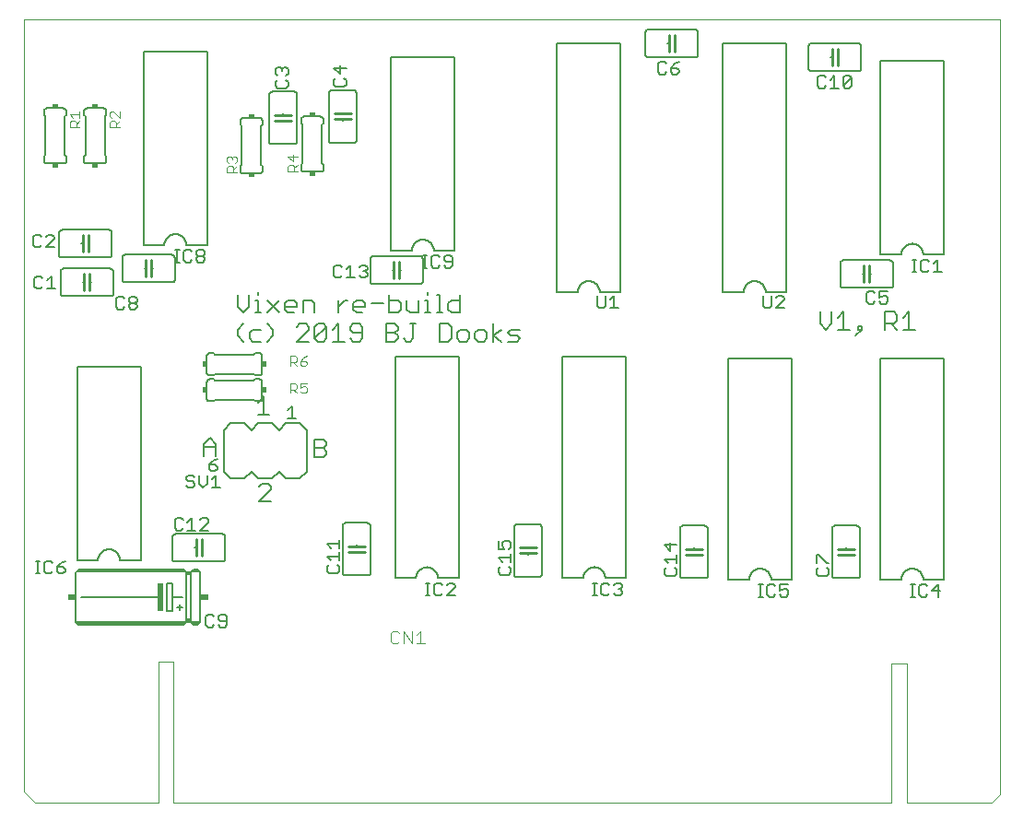
<source format=gto>
G75*
%MOIN*%
%OFA0B0*%
%FSLAX25Y25*%
%IPPOS*%
%LPD*%
%AMOC8*
5,1,8,0,0,1.08239X$1,22.5*
%
%ADD10C,0.00000*%
%ADD11C,0.00600*%
%ADD12C,0.00500*%
%ADD13C,0.01000*%
%ADD14R,0.02000X0.01500*%
%ADD15C,0.00400*%
%ADD16C,0.01200*%
%ADD17R,0.02000X0.10000*%
%ADD18R,0.03000X0.02000*%
%ADD19R,0.01500X0.02000*%
D10*
X0026198Y0007776D02*
X0030135Y0003874D01*
X0074623Y0003874D01*
X0074623Y0054661D01*
X0080135Y0054661D01*
X0080135Y0003874D01*
X0339583Y0003874D01*
X0339583Y0054268D01*
X0345489Y0054268D01*
X0345489Y0003874D01*
X0376198Y0003874D01*
X0378954Y0006630D01*
X0378954Y0053087D01*
X0378954Y0052969D02*
X0378954Y0287067D01*
X0026198Y0287067D01*
X0026198Y0053575D01*
X0026198Y0053776D02*
X0026198Y0007776D01*
D11*
X0045800Y0067969D02*
X0044800Y0068969D01*
X0044800Y0086969D01*
X0045300Y0087469D01*
X0045800Y0087969D01*
X0083800Y0087969D01*
X0083800Y0087769D01*
X0045800Y0087769D01*
X0045300Y0087469D02*
X0084300Y0087469D01*
X0083800Y0087969D01*
X0084300Y0087469D02*
X0084800Y0086969D01*
X0084800Y0086769D01*
X0086300Y0086769D01*
X0086300Y0086969D01*
X0086800Y0087469D01*
X0089300Y0087469D01*
X0088800Y0087969D01*
X0088800Y0087769D01*
X0087300Y0087769D01*
X0087300Y0087969D02*
X0088800Y0087969D01*
X0089300Y0087469D02*
X0089800Y0086969D01*
X0089800Y0068969D01*
X0086300Y0068969D01*
X0084800Y0068969D01*
X0044800Y0068969D01*
X0045800Y0067969D02*
X0083800Y0067969D01*
X0084800Y0068969D01*
X0084800Y0069969D01*
X0084800Y0086469D01*
X0086300Y0086469D01*
X0086300Y0086769D01*
X0086300Y0086969D02*
X0084800Y0086969D01*
X0084800Y0086769D02*
X0084800Y0086469D01*
X0086300Y0086469D02*
X0086300Y0069969D01*
X0084800Y0069969D01*
X0086300Y0069969D02*
X0086300Y0068969D01*
X0087300Y0067969D01*
X0088800Y0067969D01*
X0089800Y0068969D01*
X0083300Y0074469D02*
X0081300Y0074469D01*
X0082300Y0073469D02*
X0082300Y0075469D01*
X0083300Y0077969D02*
X0079800Y0077969D01*
X0079800Y0072969D01*
X0077800Y0072969D01*
X0077800Y0082969D01*
X0079800Y0082969D01*
X0079800Y0077969D01*
X0074800Y0077969D02*
X0046800Y0077969D01*
X0045300Y0091469D02*
X0052800Y0091469D01*
X0052802Y0091595D01*
X0052808Y0091720D01*
X0052818Y0091845D01*
X0052832Y0091970D01*
X0052849Y0092095D01*
X0052871Y0092219D01*
X0052896Y0092342D01*
X0052926Y0092464D01*
X0052959Y0092585D01*
X0052996Y0092705D01*
X0053036Y0092824D01*
X0053081Y0092941D01*
X0053129Y0093058D01*
X0053181Y0093172D01*
X0053236Y0093285D01*
X0053295Y0093396D01*
X0053357Y0093505D01*
X0053423Y0093612D01*
X0053492Y0093717D01*
X0053564Y0093820D01*
X0053639Y0093921D01*
X0053718Y0094019D01*
X0053800Y0094114D01*
X0053884Y0094207D01*
X0053972Y0094297D01*
X0054062Y0094385D01*
X0054155Y0094469D01*
X0054250Y0094551D01*
X0054348Y0094630D01*
X0054449Y0094705D01*
X0054552Y0094777D01*
X0054657Y0094846D01*
X0054764Y0094912D01*
X0054873Y0094974D01*
X0054984Y0095033D01*
X0055097Y0095088D01*
X0055211Y0095140D01*
X0055328Y0095188D01*
X0055445Y0095233D01*
X0055564Y0095273D01*
X0055684Y0095310D01*
X0055805Y0095343D01*
X0055927Y0095373D01*
X0056050Y0095398D01*
X0056174Y0095420D01*
X0056299Y0095437D01*
X0056424Y0095451D01*
X0056549Y0095461D01*
X0056674Y0095467D01*
X0056800Y0095469D01*
X0056926Y0095467D01*
X0057051Y0095461D01*
X0057176Y0095451D01*
X0057301Y0095437D01*
X0057426Y0095420D01*
X0057550Y0095398D01*
X0057673Y0095373D01*
X0057795Y0095343D01*
X0057916Y0095310D01*
X0058036Y0095273D01*
X0058155Y0095233D01*
X0058272Y0095188D01*
X0058389Y0095140D01*
X0058503Y0095088D01*
X0058616Y0095033D01*
X0058727Y0094974D01*
X0058836Y0094912D01*
X0058943Y0094846D01*
X0059048Y0094777D01*
X0059151Y0094705D01*
X0059252Y0094630D01*
X0059350Y0094551D01*
X0059445Y0094469D01*
X0059538Y0094385D01*
X0059628Y0094297D01*
X0059716Y0094207D01*
X0059800Y0094114D01*
X0059882Y0094019D01*
X0059961Y0093921D01*
X0060036Y0093820D01*
X0060108Y0093717D01*
X0060177Y0093612D01*
X0060243Y0093505D01*
X0060305Y0093396D01*
X0060364Y0093285D01*
X0060419Y0093172D01*
X0060471Y0093058D01*
X0060519Y0092941D01*
X0060564Y0092824D01*
X0060604Y0092705D01*
X0060641Y0092585D01*
X0060674Y0092464D01*
X0060704Y0092342D01*
X0060729Y0092219D01*
X0060751Y0092095D01*
X0060768Y0091970D01*
X0060782Y0091845D01*
X0060792Y0091720D01*
X0060798Y0091595D01*
X0060800Y0091469D01*
X0068300Y0091469D01*
X0068300Y0161469D01*
X0045300Y0161469D01*
X0045300Y0091469D01*
X0079800Y0091969D02*
X0079800Y0099969D01*
X0079802Y0100029D01*
X0079807Y0100090D01*
X0079816Y0100149D01*
X0079829Y0100208D01*
X0079845Y0100267D01*
X0079865Y0100324D01*
X0079888Y0100379D01*
X0079915Y0100434D01*
X0079944Y0100486D01*
X0079977Y0100537D01*
X0080013Y0100586D01*
X0080051Y0100632D01*
X0080093Y0100676D01*
X0080137Y0100718D01*
X0080183Y0100756D01*
X0080232Y0100792D01*
X0080283Y0100825D01*
X0080335Y0100854D01*
X0080390Y0100881D01*
X0080445Y0100904D01*
X0080502Y0100924D01*
X0080561Y0100940D01*
X0080620Y0100953D01*
X0080679Y0100962D01*
X0080740Y0100967D01*
X0080800Y0100969D01*
X0097800Y0100969D01*
X0097860Y0100967D01*
X0097921Y0100962D01*
X0097980Y0100953D01*
X0098039Y0100940D01*
X0098098Y0100924D01*
X0098155Y0100904D01*
X0098210Y0100881D01*
X0098265Y0100854D01*
X0098317Y0100825D01*
X0098368Y0100792D01*
X0098417Y0100756D01*
X0098463Y0100718D01*
X0098507Y0100676D01*
X0098549Y0100632D01*
X0098587Y0100586D01*
X0098623Y0100537D01*
X0098656Y0100486D01*
X0098685Y0100434D01*
X0098712Y0100379D01*
X0098735Y0100324D01*
X0098755Y0100267D01*
X0098771Y0100208D01*
X0098784Y0100149D01*
X0098793Y0100090D01*
X0098798Y0100029D01*
X0098800Y0099969D01*
X0098800Y0091969D01*
X0098798Y0091909D01*
X0098793Y0091848D01*
X0098784Y0091789D01*
X0098771Y0091730D01*
X0098755Y0091671D01*
X0098735Y0091614D01*
X0098712Y0091559D01*
X0098685Y0091504D01*
X0098656Y0091452D01*
X0098623Y0091401D01*
X0098587Y0091352D01*
X0098549Y0091306D01*
X0098507Y0091262D01*
X0098463Y0091220D01*
X0098417Y0091182D01*
X0098368Y0091146D01*
X0098317Y0091113D01*
X0098265Y0091084D01*
X0098210Y0091057D01*
X0098155Y0091034D01*
X0098098Y0091014D01*
X0098039Y0090998D01*
X0097980Y0090985D01*
X0097921Y0090976D01*
X0097860Y0090971D01*
X0097800Y0090969D01*
X0080800Y0090969D01*
X0080740Y0090971D01*
X0080679Y0090976D01*
X0080620Y0090985D01*
X0080561Y0090998D01*
X0080502Y0091014D01*
X0080445Y0091034D01*
X0080390Y0091057D01*
X0080335Y0091084D01*
X0080283Y0091113D01*
X0080232Y0091146D01*
X0080183Y0091182D01*
X0080137Y0091220D01*
X0080093Y0091262D01*
X0080051Y0091306D01*
X0080013Y0091352D01*
X0079977Y0091401D01*
X0079944Y0091452D01*
X0079915Y0091504D01*
X0079888Y0091559D01*
X0079865Y0091614D01*
X0079845Y0091671D01*
X0079829Y0091730D01*
X0079816Y0091789D01*
X0079807Y0091848D01*
X0079802Y0091909D01*
X0079800Y0091969D01*
X0086800Y0087469D02*
X0087300Y0087969D01*
X0087800Y0095969D02*
X0088300Y0095969D01*
X0090300Y0095969D02*
X0090800Y0095969D01*
X0111100Y0112769D02*
X0115370Y0117039D01*
X0115370Y0118106D01*
X0114303Y0119174D01*
X0112168Y0119174D01*
X0111100Y0118106D01*
X0110800Y0120969D02*
X0108300Y0123469D01*
X0105800Y0120969D01*
X0100800Y0120969D01*
X0098300Y0123469D01*
X0098300Y0138469D01*
X0100800Y0140969D01*
X0105800Y0140969D01*
X0108300Y0138469D01*
X0110800Y0140969D01*
X0115800Y0140969D01*
X0118300Y0138469D01*
X0120800Y0140969D01*
X0125800Y0140969D01*
X0128300Y0138469D01*
X0128300Y0123469D01*
X0125800Y0120969D01*
X0120800Y0120969D01*
X0118300Y0123469D01*
X0115800Y0120969D01*
X0110800Y0120969D01*
X0111100Y0112769D02*
X0115370Y0112769D01*
X0131100Y0128769D02*
X0134303Y0128769D01*
X0135370Y0129836D01*
X0135370Y0130904D01*
X0134303Y0131971D01*
X0131100Y0131971D01*
X0131100Y0128769D02*
X0131100Y0135174D01*
X0134303Y0135174D01*
X0135370Y0134106D01*
X0135370Y0133039D01*
X0134303Y0131971D01*
X0114870Y0144269D02*
X0110600Y0144269D01*
X0112735Y0144269D02*
X0112735Y0150674D01*
X0110600Y0148539D01*
X0111182Y0148969D02*
X0109682Y0148969D01*
X0109182Y0149469D01*
X0095182Y0149469D01*
X0094682Y0148969D01*
X0093182Y0148969D01*
X0093122Y0148971D01*
X0093061Y0148976D01*
X0093002Y0148985D01*
X0092943Y0148998D01*
X0092884Y0149014D01*
X0092827Y0149034D01*
X0092772Y0149057D01*
X0092717Y0149084D01*
X0092665Y0149113D01*
X0092614Y0149146D01*
X0092565Y0149182D01*
X0092519Y0149220D01*
X0092475Y0149262D01*
X0092433Y0149306D01*
X0092395Y0149352D01*
X0092359Y0149401D01*
X0092326Y0149452D01*
X0092297Y0149504D01*
X0092270Y0149559D01*
X0092247Y0149614D01*
X0092227Y0149671D01*
X0092211Y0149730D01*
X0092198Y0149789D01*
X0092189Y0149848D01*
X0092184Y0149909D01*
X0092182Y0149969D01*
X0092182Y0155969D01*
X0092184Y0156029D01*
X0092189Y0156090D01*
X0092198Y0156149D01*
X0092211Y0156208D01*
X0092227Y0156267D01*
X0092247Y0156324D01*
X0092270Y0156379D01*
X0092297Y0156434D01*
X0092326Y0156486D01*
X0092359Y0156537D01*
X0092395Y0156586D01*
X0092433Y0156632D01*
X0092475Y0156676D01*
X0092519Y0156718D01*
X0092565Y0156756D01*
X0092614Y0156792D01*
X0092665Y0156825D01*
X0092717Y0156854D01*
X0092772Y0156881D01*
X0092827Y0156904D01*
X0092884Y0156924D01*
X0092943Y0156940D01*
X0093002Y0156953D01*
X0093061Y0156962D01*
X0093122Y0156967D01*
X0093182Y0156969D01*
X0094682Y0156969D01*
X0095182Y0156469D01*
X0109182Y0156469D01*
X0109682Y0156969D01*
X0111182Y0156969D01*
X0111242Y0156967D01*
X0111303Y0156962D01*
X0111362Y0156953D01*
X0111421Y0156940D01*
X0111480Y0156924D01*
X0111537Y0156904D01*
X0111592Y0156881D01*
X0111647Y0156854D01*
X0111699Y0156825D01*
X0111750Y0156792D01*
X0111799Y0156756D01*
X0111845Y0156718D01*
X0111889Y0156676D01*
X0111931Y0156632D01*
X0111969Y0156586D01*
X0112005Y0156537D01*
X0112038Y0156486D01*
X0112067Y0156434D01*
X0112094Y0156379D01*
X0112117Y0156324D01*
X0112137Y0156267D01*
X0112153Y0156208D01*
X0112166Y0156149D01*
X0112175Y0156090D01*
X0112180Y0156029D01*
X0112182Y0155969D01*
X0112182Y0149969D01*
X0112180Y0149909D01*
X0112175Y0149848D01*
X0112166Y0149789D01*
X0112153Y0149730D01*
X0112137Y0149671D01*
X0112117Y0149614D01*
X0112094Y0149559D01*
X0112067Y0149504D01*
X0112038Y0149452D01*
X0112005Y0149401D01*
X0111969Y0149352D01*
X0111931Y0149306D01*
X0111889Y0149262D01*
X0111845Y0149220D01*
X0111799Y0149182D01*
X0111750Y0149146D01*
X0111699Y0149113D01*
X0111647Y0149084D01*
X0111592Y0149057D01*
X0111537Y0149034D01*
X0111480Y0149014D01*
X0111421Y0148998D01*
X0111362Y0148985D01*
X0111303Y0148976D01*
X0111242Y0148971D01*
X0111182Y0148969D01*
X0111182Y0158417D02*
X0109682Y0158417D01*
X0109182Y0158917D01*
X0095182Y0158917D01*
X0094682Y0158417D01*
X0093182Y0158417D01*
X0093122Y0158419D01*
X0093061Y0158424D01*
X0093002Y0158433D01*
X0092943Y0158446D01*
X0092884Y0158462D01*
X0092827Y0158482D01*
X0092772Y0158505D01*
X0092717Y0158532D01*
X0092665Y0158561D01*
X0092614Y0158594D01*
X0092565Y0158630D01*
X0092519Y0158668D01*
X0092475Y0158710D01*
X0092433Y0158754D01*
X0092395Y0158800D01*
X0092359Y0158849D01*
X0092326Y0158900D01*
X0092297Y0158952D01*
X0092270Y0159007D01*
X0092247Y0159062D01*
X0092227Y0159119D01*
X0092211Y0159178D01*
X0092198Y0159237D01*
X0092189Y0159296D01*
X0092184Y0159357D01*
X0092182Y0159417D01*
X0092182Y0165417D01*
X0092184Y0165477D01*
X0092189Y0165538D01*
X0092198Y0165597D01*
X0092211Y0165656D01*
X0092227Y0165715D01*
X0092247Y0165772D01*
X0092270Y0165827D01*
X0092297Y0165882D01*
X0092326Y0165934D01*
X0092359Y0165985D01*
X0092395Y0166034D01*
X0092433Y0166080D01*
X0092475Y0166124D01*
X0092519Y0166166D01*
X0092565Y0166204D01*
X0092614Y0166240D01*
X0092665Y0166273D01*
X0092717Y0166302D01*
X0092772Y0166329D01*
X0092827Y0166352D01*
X0092884Y0166372D01*
X0092943Y0166388D01*
X0093002Y0166401D01*
X0093061Y0166410D01*
X0093122Y0166415D01*
X0093182Y0166417D01*
X0094682Y0166417D01*
X0095182Y0165917D01*
X0109182Y0165917D01*
X0109682Y0166417D01*
X0111182Y0166417D01*
X0111242Y0166415D01*
X0111303Y0166410D01*
X0111362Y0166401D01*
X0111421Y0166388D01*
X0111480Y0166372D01*
X0111537Y0166352D01*
X0111592Y0166329D01*
X0111647Y0166302D01*
X0111699Y0166273D01*
X0111750Y0166240D01*
X0111799Y0166204D01*
X0111845Y0166166D01*
X0111889Y0166124D01*
X0111931Y0166080D01*
X0111969Y0166034D01*
X0112005Y0165985D01*
X0112038Y0165934D01*
X0112067Y0165882D01*
X0112094Y0165827D01*
X0112117Y0165772D01*
X0112137Y0165715D01*
X0112153Y0165656D01*
X0112166Y0165597D01*
X0112175Y0165538D01*
X0112180Y0165477D01*
X0112182Y0165417D01*
X0112182Y0159417D01*
X0112180Y0159357D01*
X0112175Y0159296D01*
X0112166Y0159237D01*
X0112153Y0159178D01*
X0112137Y0159119D01*
X0112117Y0159062D01*
X0112094Y0159007D01*
X0112067Y0158952D01*
X0112038Y0158900D01*
X0112005Y0158849D01*
X0111969Y0158800D01*
X0111931Y0158754D01*
X0111889Y0158710D01*
X0111845Y0158668D01*
X0111799Y0158630D01*
X0111750Y0158594D01*
X0111699Y0158561D01*
X0111647Y0158532D01*
X0111592Y0158505D01*
X0111537Y0158482D01*
X0111480Y0158462D01*
X0111421Y0158446D01*
X0111362Y0158433D01*
X0111303Y0158424D01*
X0111242Y0158419D01*
X0111182Y0158417D01*
X0111837Y0170591D02*
X0108634Y0170591D01*
X0107566Y0171659D01*
X0107566Y0173794D01*
X0108634Y0174862D01*
X0111837Y0174862D01*
X0114012Y0176997D02*
X0116147Y0174862D01*
X0116147Y0172726D01*
X0114012Y0170591D01*
X0105404Y0170591D02*
X0103269Y0172726D01*
X0103269Y0174862D01*
X0105404Y0176997D01*
X0105404Y0181091D02*
X0103269Y0183226D01*
X0103269Y0187497D01*
X0107540Y0187497D02*
X0107540Y0183226D01*
X0105404Y0181091D01*
X0109715Y0181091D02*
X0111850Y0181091D01*
X0110782Y0181091D02*
X0110782Y0185362D01*
X0109715Y0185362D01*
X0110782Y0187497D02*
X0110782Y0188564D01*
X0114012Y0185362D02*
X0118282Y0181091D01*
X0120457Y0182159D02*
X0120457Y0184294D01*
X0121525Y0185362D01*
X0123660Y0185362D01*
X0124728Y0184294D01*
X0124728Y0183226D01*
X0120457Y0183226D01*
X0120457Y0182159D02*
X0121525Y0181091D01*
X0123660Y0181091D01*
X0126903Y0181091D02*
X0126903Y0185362D01*
X0130106Y0185362D01*
X0131173Y0184294D01*
X0131173Y0181091D01*
X0132267Y0176997D02*
X0134403Y0176997D01*
X0135470Y0175929D01*
X0131200Y0171659D01*
X0132267Y0170591D01*
X0134403Y0170591D01*
X0135470Y0171659D01*
X0135470Y0175929D01*
X0137645Y0174862D02*
X0139780Y0176997D01*
X0139780Y0170591D01*
X0137645Y0170591D02*
X0141916Y0170591D01*
X0144091Y0171659D02*
X0145158Y0170591D01*
X0147294Y0170591D01*
X0148361Y0171659D01*
X0148361Y0175929D01*
X0147294Y0176997D01*
X0145158Y0176997D01*
X0144091Y0175929D01*
X0144091Y0174862D01*
X0145158Y0173794D01*
X0148361Y0173794D01*
X0148368Y0181091D02*
X0146233Y0181091D01*
X0145165Y0182159D01*
X0145165Y0184294D01*
X0146233Y0185362D01*
X0148368Y0185362D01*
X0149435Y0184294D01*
X0149435Y0183226D01*
X0145165Y0183226D01*
X0142997Y0185362D02*
X0141929Y0185362D01*
X0139794Y0183226D01*
X0139794Y0181091D02*
X0139794Y0185362D01*
X0132267Y0176997D02*
X0131200Y0175929D01*
X0131200Y0171659D01*
X0129025Y0170591D02*
X0124754Y0170591D01*
X0129025Y0174862D01*
X0129025Y0175929D01*
X0127957Y0176997D01*
X0125822Y0176997D01*
X0124754Y0175929D01*
X0118282Y0185362D02*
X0114012Y0181091D01*
X0092300Y0205469D02*
X0084800Y0205469D01*
X0084798Y0205595D01*
X0084792Y0205720D01*
X0084782Y0205845D01*
X0084768Y0205970D01*
X0084751Y0206095D01*
X0084729Y0206219D01*
X0084704Y0206342D01*
X0084674Y0206464D01*
X0084641Y0206585D01*
X0084604Y0206705D01*
X0084564Y0206824D01*
X0084519Y0206941D01*
X0084471Y0207058D01*
X0084419Y0207172D01*
X0084364Y0207285D01*
X0084305Y0207396D01*
X0084243Y0207505D01*
X0084177Y0207612D01*
X0084108Y0207717D01*
X0084036Y0207820D01*
X0083961Y0207921D01*
X0083882Y0208019D01*
X0083800Y0208114D01*
X0083716Y0208207D01*
X0083628Y0208297D01*
X0083538Y0208385D01*
X0083445Y0208469D01*
X0083350Y0208551D01*
X0083252Y0208630D01*
X0083151Y0208705D01*
X0083048Y0208777D01*
X0082943Y0208846D01*
X0082836Y0208912D01*
X0082727Y0208974D01*
X0082616Y0209033D01*
X0082503Y0209088D01*
X0082389Y0209140D01*
X0082272Y0209188D01*
X0082155Y0209233D01*
X0082036Y0209273D01*
X0081916Y0209310D01*
X0081795Y0209343D01*
X0081673Y0209373D01*
X0081550Y0209398D01*
X0081426Y0209420D01*
X0081301Y0209437D01*
X0081176Y0209451D01*
X0081051Y0209461D01*
X0080926Y0209467D01*
X0080800Y0209469D01*
X0080674Y0209467D01*
X0080549Y0209461D01*
X0080424Y0209451D01*
X0080299Y0209437D01*
X0080174Y0209420D01*
X0080050Y0209398D01*
X0079927Y0209373D01*
X0079805Y0209343D01*
X0079684Y0209310D01*
X0079564Y0209273D01*
X0079445Y0209233D01*
X0079328Y0209188D01*
X0079211Y0209140D01*
X0079097Y0209088D01*
X0078984Y0209033D01*
X0078873Y0208974D01*
X0078764Y0208912D01*
X0078657Y0208846D01*
X0078552Y0208777D01*
X0078449Y0208705D01*
X0078348Y0208630D01*
X0078250Y0208551D01*
X0078155Y0208469D01*
X0078062Y0208385D01*
X0077972Y0208297D01*
X0077884Y0208207D01*
X0077800Y0208114D01*
X0077718Y0208019D01*
X0077639Y0207921D01*
X0077564Y0207820D01*
X0077492Y0207717D01*
X0077423Y0207612D01*
X0077357Y0207505D01*
X0077295Y0207396D01*
X0077236Y0207285D01*
X0077181Y0207172D01*
X0077129Y0207058D01*
X0077081Y0206941D01*
X0077036Y0206824D01*
X0076996Y0206705D01*
X0076959Y0206585D01*
X0076926Y0206464D01*
X0076896Y0206342D01*
X0076871Y0206219D01*
X0076849Y0206095D01*
X0076832Y0205970D01*
X0076818Y0205845D01*
X0076808Y0205720D01*
X0076802Y0205595D01*
X0076800Y0205469D01*
X0069300Y0205469D01*
X0069300Y0275469D01*
X0092300Y0275469D01*
X0092300Y0205469D01*
X0080587Y0200969D02*
X0080587Y0192969D01*
X0080585Y0192909D01*
X0080580Y0192848D01*
X0080571Y0192789D01*
X0080558Y0192730D01*
X0080542Y0192671D01*
X0080522Y0192614D01*
X0080499Y0192559D01*
X0080472Y0192504D01*
X0080443Y0192452D01*
X0080410Y0192401D01*
X0080374Y0192352D01*
X0080336Y0192306D01*
X0080294Y0192262D01*
X0080250Y0192220D01*
X0080204Y0192182D01*
X0080155Y0192146D01*
X0080104Y0192113D01*
X0080052Y0192084D01*
X0079997Y0192057D01*
X0079942Y0192034D01*
X0079885Y0192014D01*
X0079826Y0191998D01*
X0079767Y0191985D01*
X0079708Y0191976D01*
X0079647Y0191971D01*
X0079587Y0191969D01*
X0062587Y0191969D01*
X0062527Y0191971D01*
X0062466Y0191976D01*
X0062407Y0191985D01*
X0062348Y0191998D01*
X0062289Y0192014D01*
X0062232Y0192034D01*
X0062177Y0192057D01*
X0062122Y0192084D01*
X0062070Y0192113D01*
X0062019Y0192146D01*
X0061970Y0192182D01*
X0061924Y0192220D01*
X0061880Y0192262D01*
X0061838Y0192306D01*
X0061800Y0192352D01*
X0061764Y0192401D01*
X0061731Y0192452D01*
X0061702Y0192504D01*
X0061675Y0192559D01*
X0061652Y0192614D01*
X0061632Y0192671D01*
X0061616Y0192730D01*
X0061603Y0192789D01*
X0061594Y0192848D01*
X0061589Y0192909D01*
X0061587Y0192969D01*
X0061587Y0200969D01*
X0061589Y0201029D01*
X0061594Y0201090D01*
X0061603Y0201149D01*
X0061616Y0201208D01*
X0061632Y0201267D01*
X0061652Y0201324D01*
X0061675Y0201379D01*
X0061702Y0201434D01*
X0061731Y0201486D01*
X0061764Y0201537D01*
X0061800Y0201586D01*
X0061838Y0201632D01*
X0061880Y0201676D01*
X0061924Y0201718D01*
X0061970Y0201756D01*
X0062019Y0201792D01*
X0062070Y0201825D01*
X0062122Y0201854D01*
X0062177Y0201881D01*
X0062232Y0201904D01*
X0062289Y0201924D01*
X0062348Y0201940D01*
X0062407Y0201953D01*
X0062466Y0201962D01*
X0062527Y0201967D01*
X0062587Y0201969D01*
X0079587Y0201969D01*
X0079647Y0201967D01*
X0079708Y0201962D01*
X0079767Y0201953D01*
X0079826Y0201940D01*
X0079885Y0201924D01*
X0079942Y0201904D01*
X0079997Y0201881D01*
X0080052Y0201854D01*
X0080104Y0201825D01*
X0080155Y0201792D01*
X0080204Y0201756D01*
X0080250Y0201718D01*
X0080294Y0201676D01*
X0080336Y0201632D01*
X0080374Y0201586D01*
X0080410Y0201537D01*
X0080443Y0201486D01*
X0080472Y0201434D01*
X0080499Y0201379D01*
X0080522Y0201324D01*
X0080542Y0201267D01*
X0080558Y0201208D01*
X0080571Y0201149D01*
X0080580Y0201090D01*
X0080585Y0201029D01*
X0080587Y0200969D01*
X0072587Y0196969D02*
X0072087Y0196969D01*
X0070087Y0196969D02*
X0069587Y0196969D01*
X0058300Y0195969D02*
X0058300Y0187969D01*
X0058298Y0187909D01*
X0058293Y0187848D01*
X0058284Y0187789D01*
X0058271Y0187730D01*
X0058255Y0187671D01*
X0058235Y0187614D01*
X0058212Y0187559D01*
X0058185Y0187504D01*
X0058156Y0187452D01*
X0058123Y0187401D01*
X0058087Y0187352D01*
X0058049Y0187306D01*
X0058007Y0187262D01*
X0057963Y0187220D01*
X0057917Y0187182D01*
X0057868Y0187146D01*
X0057817Y0187113D01*
X0057765Y0187084D01*
X0057710Y0187057D01*
X0057655Y0187034D01*
X0057598Y0187014D01*
X0057539Y0186998D01*
X0057480Y0186985D01*
X0057421Y0186976D01*
X0057360Y0186971D01*
X0057300Y0186969D01*
X0040300Y0186969D01*
X0040240Y0186971D01*
X0040179Y0186976D01*
X0040120Y0186985D01*
X0040061Y0186998D01*
X0040002Y0187014D01*
X0039945Y0187034D01*
X0039890Y0187057D01*
X0039835Y0187084D01*
X0039783Y0187113D01*
X0039732Y0187146D01*
X0039683Y0187182D01*
X0039637Y0187220D01*
X0039593Y0187262D01*
X0039551Y0187306D01*
X0039513Y0187352D01*
X0039477Y0187401D01*
X0039444Y0187452D01*
X0039415Y0187504D01*
X0039388Y0187559D01*
X0039365Y0187614D01*
X0039345Y0187671D01*
X0039329Y0187730D01*
X0039316Y0187789D01*
X0039307Y0187848D01*
X0039302Y0187909D01*
X0039300Y0187969D01*
X0039300Y0195969D01*
X0039302Y0196029D01*
X0039307Y0196090D01*
X0039316Y0196149D01*
X0039329Y0196208D01*
X0039345Y0196267D01*
X0039365Y0196324D01*
X0039388Y0196379D01*
X0039415Y0196434D01*
X0039444Y0196486D01*
X0039477Y0196537D01*
X0039513Y0196586D01*
X0039551Y0196632D01*
X0039593Y0196676D01*
X0039637Y0196718D01*
X0039683Y0196756D01*
X0039732Y0196792D01*
X0039783Y0196825D01*
X0039835Y0196854D01*
X0039890Y0196881D01*
X0039945Y0196904D01*
X0040002Y0196924D01*
X0040061Y0196940D01*
X0040120Y0196953D01*
X0040179Y0196962D01*
X0040240Y0196967D01*
X0040300Y0196969D01*
X0057300Y0196969D01*
X0057360Y0196967D01*
X0057421Y0196962D01*
X0057480Y0196953D01*
X0057539Y0196940D01*
X0057598Y0196924D01*
X0057655Y0196904D01*
X0057710Y0196881D01*
X0057765Y0196854D01*
X0057817Y0196825D01*
X0057868Y0196792D01*
X0057917Y0196756D01*
X0057963Y0196718D01*
X0058007Y0196676D01*
X0058049Y0196632D01*
X0058087Y0196586D01*
X0058123Y0196537D01*
X0058156Y0196486D01*
X0058185Y0196434D01*
X0058212Y0196379D01*
X0058235Y0196324D01*
X0058255Y0196267D01*
X0058271Y0196208D01*
X0058284Y0196149D01*
X0058293Y0196090D01*
X0058298Y0196029D01*
X0058300Y0195969D01*
X0056800Y0200969D02*
X0039800Y0200969D01*
X0039740Y0200971D01*
X0039679Y0200976D01*
X0039620Y0200985D01*
X0039561Y0200998D01*
X0039502Y0201014D01*
X0039445Y0201034D01*
X0039390Y0201057D01*
X0039335Y0201084D01*
X0039283Y0201113D01*
X0039232Y0201146D01*
X0039183Y0201182D01*
X0039137Y0201220D01*
X0039093Y0201262D01*
X0039051Y0201306D01*
X0039013Y0201352D01*
X0038977Y0201401D01*
X0038944Y0201452D01*
X0038915Y0201504D01*
X0038888Y0201559D01*
X0038865Y0201614D01*
X0038845Y0201671D01*
X0038829Y0201730D01*
X0038816Y0201789D01*
X0038807Y0201848D01*
X0038802Y0201909D01*
X0038800Y0201969D01*
X0038800Y0209969D01*
X0038802Y0210029D01*
X0038807Y0210090D01*
X0038816Y0210149D01*
X0038829Y0210208D01*
X0038845Y0210267D01*
X0038865Y0210324D01*
X0038888Y0210379D01*
X0038915Y0210434D01*
X0038944Y0210486D01*
X0038977Y0210537D01*
X0039013Y0210586D01*
X0039051Y0210632D01*
X0039093Y0210676D01*
X0039137Y0210718D01*
X0039183Y0210756D01*
X0039232Y0210792D01*
X0039283Y0210825D01*
X0039335Y0210854D01*
X0039390Y0210881D01*
X0039445Y0210904D01*
X0039502Y0210924D01*
X0039561Y0210940D01*
X0039620Y0210953D01*
X0039679Y0210962D01*
X0039740Y0210967D01*
X0039800Y0210969D01*
X0056800Y0210969D01*
X0056860Y0210967D01*
X0056921Y0210962D01*
X0056980Y0210953D01*
X0057039Y0210940D01*
X0057098Y0210924D01*
X0057155Y0210904D01*
X0057210Y0210881D01*
X0057265Y0210854D01*
X0057317Y0210825D01*
X0057368Y0210792D01*
X0057417Y0210756D01*
X0057463Y0210718D01*
X0057507Y0210676D01*
X0057549Y0210632D01*
X0057587Y0210586D01*
X0057623Y0210537D01*
X0057656Y0210486D01*
X0057685Y0210434D01*
X0057712Y0210379D01*
X0057735Y0210324D01*
X0057755Y0210267D01*
X0057771Y0210208D01*
X0057784Y0210149D01*
X0057793Y0210090D01*
X0057798Y0210029D01*
X0057800Y0209969D01*
X0057800Y0201969D01*
X0057798Y0201909D01*
X0057793Y0201848D01*
X0057784Y0201789D01*
X0057771Y0201730D01*
X0057755Y0201671D01*
X0057735Y0201614D01*
X0057712Y0201559D01*
X0057685Y0201504D01*
X0057656Y0201452D01*
X0057623Y0201401D01*
X0057587Y0201352D01*
X0057549Y0201306D01*
X0057507Y0201262D01*
X0057463Y0201220D01*
X0057417Y0201182D01*
X0057368Y0201146D01*
X0057317Y0201113D01*
X0057265Y0201084D01*
X0057210Y0201057D01*
X0057155Y0201034D01*
X0057098Y0201014D01*
X0057039Y0200998D01*
X0056980Y0200985D01*
X0056921Y0200976D01*
X0056860Y0200971D01*
X0056800Y0200969D01*
X0049800Y0205969D02*
X0049300Y0205969D01*
X0047300Y0205969D02*
X0046800Y0205969D01*
X0047300Y0191969D02*
X0047800Y0191969D01*
X0049800Y0191969D02*
X0050300Y0191969D01*
X0104300Y0232469D02*
X0104300Y0233969D01*
X0104800Y0234469D01*
X0104800Y0248469D01*
X0104300Y0248969D01*
X0104300Y0250469D01*
X0104302Y0250529D01*
X0104307Y0250590D01*
X0104316Y0250649D01*
X0104329Y0250708D01*
X0104345Y0250767D01*
X0104365Y0250824D01*
X0104388Y0250879D01*
X0104415Y0250934D01*
X0104444Y0250986D01*
X0104477Y0251037D01*
X0104513Y0251086D01*
X0104551Y0251132D01*
X0104593Y0251176D01*
X0104637Y0251218D01*
X0104683Y0251256D01*
X0104732Y0251292D01*
X0104783Y0251325D01*
X0104835Y0251354D01*
X0104890Y0251381D01*
X0104945Y0251404D01*
X0105002Y0251424D01*
X0105061Y0251440D01*
X0105120Y0251453D01*
X0105179Y0251462D01*
X0105240Y0251467D01*
X0105300Y0251469D01*
X0111300Y0251469D01*
X0111360Y0251467D01*
X0111421Y0251462D01*
X0111480Y0251453D01*
X0111539Y0251440D01*
X0111598Y0251424D01*
X0111655Y0251404D01*
X0111710Y0251381D01*
X0111765Y0251354D01*
X0111817Y0251325D01*
X0111868Y0251292D01*
X0111917Y0251256D01*
X0111963Y0251218D01*
X0112007Y0251176D01*
X0112049Y0251132D01*
X0112087Y0251086D01*
X0112123Y0251037D01*
X0112156Y0250986D01*
X0112185Y0250934D01*
X0112212Y0250879D01*
X0112235Y0250824D01*
X0112255Y0250767D01*
X0112271Y0250708D01*
X0112284Y0250649D01*
X0112293Y0250590D01*
X0112298Y0250529D01*
X0112300Y0250469D01*
X0112300Y0248969D01*
X0111800Y0248469D01*
X0111800Y0234469D01*
X0112300Y0233969D01*
X0112300Y0232469D01*
X0112298Y0232409D01*
X0112293Y0232348D01*
X0112284Y0232289D01*
X0112271Y0232230D01*
X0112255Y0232171D01*
X0112235Y0232114D01*
X0112212Y0232059D01*
X0112185Y0232004D01*
X0112156Y0231952D01*
X0112123Y0231901D01*
X0112087Y0231852D01*
X0112049Y0231806D01*
X0112007Y0231762D01*
X0111963Y0231720D01*
X0111917Y0231682D01*
X0111868Y0231646D01*
X0111817Y0231613D01*
X0111765Y0231584D01*
X0111710Y0231557D01*
X0111655Y0231534D01*
X0111598Y0231514D01*
X0111539Y0231498D01*
X0111480Y0231485D01*
X0111421Y0231476D01*
X0111360Y0231471D01*
X0111300Y0231469D01*
X0105300Y0231469D01*
X0105240Y0231471D01*
X0105179Y0231476D01*
X0105120Y0231485D01*
X0105061Y0231498D01*
X0105002Y0231514D01*
X0104945Y0231534D01*
X0104890Y0231557D01*
X0104835Y0231584D01*
X0104783Y0231613D01*
X0104732Y0231646D01*
X0104683Y0231682D01*
X0104637Y0231720D01*
X0104593Y0231762D01*
X0104551Y0231806D01*
X0104513Y0231852D01*
X0104477Y0231901D01*
X0104444Y0231952D01*
X0104415Y0232004D01*
X0104388Y0232059D01*
X0104365Y0232114D01*
X0104345Y0232171D01*
X0104329Y0232230D01*
X0104316Y0232289D01*
X0104307Y0232348D01*
X0104302Y0232409D01*
X0104300Y0232469D01*
X0114800Y0242969D02*
X0114800Y0259969D01*
X0114802Y0260029D01*
X0114807Y0260090D01*
X0114816Y0260149D01*
X0114829Y0260208D01*
X0114845Y0260267D01*
X0114865Y0260324D01*
X0114888Y0260379D01*
X0114915Y0260434D01*
X0114944Y0260486D01*
X0114977Y0260537D01*
X0115013Y0260586D01*
X0115051Y0260632D01*
X0115093Y0260676D01*
X0115137Y0260718D01*
X0115183Y0260756D01*
X0115232Y0260792D01*
X0115283Y0260825D01*
X0115335Y0260854D01*
X0115390Y0260881D01*
X0115445Y0260904D01*
X0115502Y0260924D01*
X0115561Y0260940D01*
X0115620Y0260953D01*
X0115679Y0260962D01*
X0115740Y0260967D01*
X0115800Y0260969D01*
X0123800Y0260969D01*
X0123860Y0260967D01*
X0123921Y0260962D01*
X0123980Y0260953D01*
X0124039Y0260940D01*
X0124098Y0260924D01*
X0124155Y0260904D01*
X0124210Y0260881D01*
X0124265Y0260854D01*
X0124317Y0260825D01*
X0124368Y0260792D01*
X0124417Y0260756D01*
X0124463Y0260718D01*
X0124507Y0260676D01*
X0124549Y0260632D01*
X0124587Y0260586D01*
X0124623Y0260537D01*
X0124656Y0260486D01*
X0124685Y0260434D01*
X0124712Y0260379D01*
X0124735Y0260324D01*
X0124755Y0260267D01*
X0124771Y0260208D01*
X0124784Y0260149D01*
X0124793Y0260090D01*
X0124798Y0260029D01*
X0124800Y0259969D01*
X0124800Y0242969D01*
X0124798Y0242909D01*
X0124793Y0242848D01*
X0124784Y0242789D01*
X0124771Y0242730D01*
X0124755Y0242671D01*
X0124735Y0242614D01*
X0124712Y0242559D01*
X0124685Y0242504D01*
X0124656Y0242452D01*
X0124623Y0242401D01*
X0124587Y0242352D01*
X0124549Y0242306D01*
X0124507Y0242262D01*
X0124463Y0242220D01*
X0124417Y0242182D01*
X0124368Y0242146D01*
X0124317Y0242113D01*
X0124265Y0242084D01*
X0124210Y0242057D01*
X0124155Y0242034D01*
X0124098Y0242014D01*
X0124039Y0241998D01*
X0123980Y0241985D01*
X0123921Y0241976D01*
X0123860Y0241971D01*
X0123800Y0241969D01*
X0115800Y0241969D01*
X0115740Y0241971D01*
X0115679Y0241976D01*
X0115620Y0241985D01*
X0115561Y0241998D01*
X0115502Y0242014D01*
X0115445Y0242034D01*
X0115390Y0242057D01*
X0115335Y0242084D01*
X0115283Y0242113D01*
X0115232Y0242146D01*
X0115183Y0242182D01*
X0115137Y0242220D01*
X0115093Y0242262D01*
X0115051Y0242306D01*
X0115013Y0242352D01*
X0114977Y0242401D01*
X0114944Y0242452D01*
X0114915Y0242504D01*
X0114888Y0242559D01*
X0114865Y0242614D01*
X0114845Y0242671D01*
X0114829Y0242730D01*
X0114816Y0242789D01*
X0114807Y0242848D01*
X0114802Y0242909D01*
X0114800Y0242969D01*
X0119800Y0249969D02*
X0119800Y0250469D01*
X0119800Y0252469D02*
X0119800Y0252969D01*
X0126300Y0250969D02*
X0126300Y0249469D01*
X0126800Y0248969D01*
X0126800Y0234969D01*
X0126300Y0234469D01*
X0126300Y0232969D01*
X0126302Y0232909D01*
X0126307Y0232848D01*
X0126316Y0232789D01*
X0126329Y0232730D01*
X0126345Y0232671D01*
X0126365Y0232614D01*
X0126388Y0232559D01*
X0126415Y0232504D01*
X0126444Y0232452D01*
X0126477Y0232401D01*
X0126513Y0232352D01*
X0126551Y0232306D01*
X0126593Y0232262D01*
X0126637Y0232220D01*
X0126683Y0232182D01*
X0126732Y0232146D01*
X0126783Y0232113D01*
X0126835Y0232084D01*
X0126890Y0232057D01*
X0126945Y0232034D01*
X0127002Y0232014D01*
X0127061Y0231998D01*
X0127120Y0231985D01*
X0127179Y0231976D01*
X0127240Y0231971D01*
X0127300Y0231969D01*
X0133300Y0231969D01*
X0133360Y0231971D01*
X0133421Y0231976D01*
X0133480Y0231985D01*
X0133539Y0231998D01*
X0133598Y0232014D01*
X0133655Y0232034D01*
X0133710Y0232057D01*
X0133765Y0232084D01*
X0133817Y0232113D01*
X0133868Y0232146D01*
X0133917Y0232182D01*
X0133963Y0232220D01*
X0134007Y0232262D01*
X0134049Y0232306D01*
X0134087Y0232352D01*
X0134123Y0232401D01*
X0134156Y0232452D01*
X0134185Y0232504D01*
X0134212Y0232559D01*
X0134235Y0232614D01*
X0134255Y0232671D01*
X0134271Y0232730D01*
X0134284Y0232789D01*
X0134293Y0232848D01*
X0134298Y0232909D01*
X0134300Y0232969D01*
X0134300Y0234469D01*
X0133800Y0234969D01*
X0133800Y0248969D01*
X0134300Y0249469D01*
X0134300Y0250969D01*
X0134298Y0251029D01*
X0134293Y0251090D01*
X0134284Y0251149D01*
X0134271Y0251208D01*
X0134255Y0251267D01*
X0134235Y0251324D01*
X0134212Y0251379D01*
X0134185Y0251434D01*
X0134156Y0251486D01*
X0134123Y0251537D01*
X0134087Y0251586D01*
X0134049Y0251632D01*
X0134007Y0251676D01*
X0133963Y0251718D01*
X0133917Y0251756D01*
X0133868Y0251792D01*
X0133817Y0251825D01*
X0133765Y0251854D01*
X0133710Y0251881D01*
X0133655Y0251904D01*
X0133598Y0251924D01*
X0133539Y0251940D01*
X0133480Y0251953D01*
X0133421Y0251962D01*
X0133360Y0251967D01*
X0133300Y0251969D01*
X0127300Y0251969D01*
X0127240Y0251967D01*
X0127179Y0251962D01*
X0127120Y0251953D01*
X0127061Y0251940D01*
X0127002Y0251924D01*
X0126945Y0251904D01*
X0126890Y0251881D01*
X0126835Y0251854D01*
X0126783Y0251825D01*
X0126732Y0251792D01*
X0126683Y0251756D01*
X0126637Y0251718D01*
X0126593Y0251676D01*
X0126551Y0251632D01*
X0126513Y0251586D01*
X0126477Y0251537D01*
X0126444Y0251486D01*
X0126415Y0251434D01*
X0126388Y0251379D01*
X0126365Y0251324D01*
X0126345Y0251267D01*
X0126329Y0251208D01*
X0126316Y0251149D01*
X0126307Y0251090D01*
X0126302Y0251029D01*
X0126300Y0250969D01*
X0136300Y0243469D02*
X0136300Y0260469D01*
X0136302Y0260529D01*
X0136307Y0260590D01*
X0136316Y0260649D01*
X0136329Y0260708D01*
X0136345Y0260767D01*
X0136365Y0260824D01*
X0136388Y0260879D01*
X0136415Y0260934D01*
X0136444Y0260986D01*
X0136477Y0261037D01*
X0136513Y0261086D01*
X0136551Y0261132D01*
X0136593Y0261176D01*
X0136637Y0261218D01*
X0136683Y0261256D01*
X0136732Y0261292D01*
X0136783Y0261325D01*
X0136835Y0261354D01*
X0136890Y0261381D01*
X0136945Y0261404D01*
X0137002Y0261424D01*
X0137061Y0261440D01*
X0137120Y0261453D01*
X0137179Y0261462D01*
X0137240Y0261467D01*
X0137300Y0261469D01*
X0145300Y0261469D01*
X0145360Y0261467D01*
X0145421Y0261462D01*
X0145480Y0261453D01*
X0145539Y0261440D01*
X0145598Y0261424D01*
X0145655Y0261404D01*
X0145710Y0261381D01*
X0145765Y0261354D01*
X0145817Y0261325D01*
X0145868Y0261292D01*
X0145917Y0261256D01*
X0145963Y0261218D01*
X0146007Y0261176D01*
X0146049Y0261132D01*
X0146087Y0261086D01*
X0146123Y0261037D01*
X0146156Y0260986D01*
X0146185Y0260934D01*
X0146212Y0260879D01*
X0146235Y0260824D01*
X0146255Y0260767D01*
X0146271Y0260708D01*
X0146284Y0260649D01*
X0146293Y0260590D01*
X0146298Y0260529D01*
X0146300Y0260469D01*
X0146300Y0243469D01*
X0146298Y0243409D01*
X0146293Y0243348D01*
X0146284Y0243289D01*
X0146271Y0243230D01*
X0146255Y0243171D01*
X0146235Y0243114D01*
X0146212Y0243059D01*
X0146185Y0243004D01*
X0146156Y0242952D01*
X0146123Y0242901D01*
X0146087Y0242852D01*
X0146049Y0242806D01*
X0146007Y0242762D01*
X0145963Y0242720D01*
X0145917Y0242682D01*
X0145868Y0242646D01*
X0145817Y0242613D01*
X0145765Y0242584D01*
X0145710Y0242557D01*
X0145655Y0242534D01*
X0145598Y0242514D01*
X0145539Y0242498D01*
X0145480Y0242485D01*
X0145421Y0242476D01*
X0145360Y0242471D01*
X0145300Y0242469D01*
X0137300Y0242469D01*
X0137240Y0242471D01*
X0137179Y0242476D01*
X0137120Y0242485D01*
X0137061Y0242498D01*
X0137002Y0242514D01*
X0136945Y0242534D01*
X0136890Y0242557D01*
X0136835Y0242584D01*
X0136783Y0242613D01*
X0136732Y0242646D01*
X0136683Y0242682D01*
X0136637Y0242720D01*
X0136593Y0242762D01*
X0136551Y0242806D01*
X0136513Y0242852D01*
X0136477Y0242901D01*
X0136444Y0242952D01*
X0136415Y0243004D01*
X0136388Y0243059D01*
X0136365Y0243114D01*
X0136345Y0243171D01*
X0136329Y0243230D01*
X0136316Y0243289D01*
X0136307Y0243348D01*
X0136302Y0243409D01*
X0136300Y0243469D01*
X0141300Y0250469D02*
X0141300Y0250969D01*
X0141300Y0252969D02*
X0141300Y0253469D01*
X0158800Y0273469D02*
X0181800Y0273469D01*
X0181800Y0203469D01*
X0174300Y0203469D01*
X0174298Y0203595D01*
X0174292Y0203720D01*
X0174282Y0203845D01*
X0174268Y0203970D01*
X0174251Y0204095D01*
X0174229Y0204219D01*
X0174204Y0204342D01*
X0174174Y0204464D01*
X0174141Y0204585D01*
X0174104Y0204705D01*
X0174064Y0204824D01*
X0174019Y0204941D01*
X0173971Y0205058D01*
X0173919Y0205172D01*
X0173864Y0205285D01*
X0173805Y0205396D01*
X0173743Y0205505D01*
X0173677Y0205612D01*
X0173608Y0205717D01*
X0173536Y0205820D01*
X0173461Y0205921D01*
X0173382Y0206019D01*
X0173300Y0206114D01*
X0173216Y0206207D01*
X0173128Y0206297D01*
X0173038Y0206385D01*
X0172945Y0206469D01*
X0172850Y0206551D01*
X0172752Y0206630D01*
X0172651Y0206705D01*
X0172548Y0206777D01*
X0172443Y0206846D01*
X0172336Y0206912D01*
X0172227Y0206974D01*
X0172116Y0207033D01*
X0172003Y0207088D01*
X0171889Y0207140D01*
X0171772Y0207188D01*
X0171655Y0207233D01*
X0171536Y0207273D01*
X0171416Y0207310D01*
X0171295Y0207343D01*
X0171173Y0207373D01*
X0171050Y0207398D01*
X0170926Y0207420D01*
X0170801Y0207437D01*
X0170676Y0207451D01*
X0170551Y0207461D01*
X0170426Y0207467D01*
X0170300Y0207469D01*
X0170174Y0207467D01*
X0170049Y0207461D01*
X0169924Y0207451D01*
X0169799Y0207437D01*
X0169674Y0207420D01*
X0169550Y0207398D01*
X0169427Y0207373D01*
X0169305Y0207343D01*
X0169184Y0207310D01*
X0169064Y0207273D01*
X0168945Y0207233D01*
X0168828Y0207188D01*
X0168711Y0207140D01*
X0168597Y0207088D01*
X0168484Y0207033D01*
X0168373Y0206974D01*
X0168264Y0206912D01*
X0168157Y0206846D01*
X0168052Y0206777D01*
X0167949Y0206705D01*
X0167848Y0206630D01*
X0167750Y0206551D01*
X0167655Y0206469D01*
X0167562Y0206385D01*
X0167472Y0206297D01*
X0167384Y0206207D01*
X0167300Y0206114D01*
X0167218Y0206019D01*
X0167139Y0205921D01*
X0167064Y0205820D01*
X0166992Y0205717D01*
X0166923Y0205612D01*
X0166857Y0205505D01*
X0166795Y0205396D01*
X0166736Y0205285D01*
X0166681Y0205172D01*
X0166629Y0205058D01*
X0166581Y0204941D01*
X0166536Y0204824D01*
X0166496Y0204705D01*
X0166459Y0204585D01*
X0166426Y0204464D01*
X0166396Y0204342D01*
X0166371Y0204219D01*
X0166349Y0204095D01*
X0166332Y0203970D01*
X0166318Y0203845D01*
X0166308Y0203720D01*
X0166302Y0203595D01*
X0166300Y0203469D01*
X0158800Y0203469D01*
X0158800Y0273469D01*
X0218800Y0278469D02*
X0241800Y0278469D01*
X0241800Y0188469D01*
X0234300Y0188469D01*
X0234298Y0188595D01*
X0234292Y0188720D01*
X0234282Y0188845D01*
X0234268Y0188970D01*
X0234251Y0189095D01*
X0234229Y0189219D01*
X0234204Y0189342D01*
X0234174Y0189464D01*
X0234141Y0189585D01*
X0234104Y0189705D01*
X0234064Y0189824D01*
X0234019Y0189941D01*
X0233971Y0190058D01*
X0233919Y0190172D01*
X0233864Y0190285D01*
X0233805Y0190396D01*
X0233743Y0190505D01*
X0233677Y0190612D01*
X0233608Y0190717D01*
X0233536Y0190820D01*
X0233461Y0190921D01*
X0233382Y0191019D01*
X0233300Y0191114D01*
X0233216Y0191207D01*
X0233128Y0191297D01*
X0233038Y0191385D01*
X0232945Y0191469D01*
X0232850Y0191551D01*
X0232752Y0191630D01*
X0232651Y0191705D01*
X0232548Y0191777D01*
X0232443Y0191846D01*
X0232336Y0191912D01*
X0232227Y0191974D01*
X0232116Y0192033D01*
X0232003Y0192088D01*
X0231889Y0192140D01*
X0231772Y0192188D01*
X0231655Y0192233D01*
X0231536Y0192273D01*
X0231416Y0192310D01*
X0231295Y0192343D01*
X0231173Y0192373D01*
X0231050Y0192398D01*
X0230926Y0192420D01*
X0230801Y0192437D01*
X0230676Y0192451D01*
X0230551Y0192461D01*
X0230426Y0192467D01*
X0230300Y0192469D01*
X0230174Y0192467D01*
X0230049Y0192461D01*
X0229924Y0192451D01*
X0229799Y0192437D01*
X0229674Y0192420D01*
X0229550Y0192398D01*
X0229427Y0192373D01*
X0229305Y0192343D01*
X0229184Y0192310D01*
X0229064Y0192273D01*
X0228945Y0192233D01*
X0228828Y0192188D01*
X0228711Y0192140D01*
X0228597Y0192088D01*
X0228484Y0192033D01*
X0228373Y0191974D01*
X0228264Y0191912D01*
X0228157Y0191846D01*
X0228052Y0191777D01*
X0227949Y0191705D01*
X0227848Y0191630D01*
X0227750Y0191551D01*
X0227655Y0191469D01*
X0227562Y0191385D01*
X0227472Y0191297D01*
X0227384Y0191207D01*
X0227300Y0191114D01*
X0227218Y0191019D01*
X0227139Y0190921D01*
X0227064Y0190820D01*
X0226992Y0190717D01*
X0226923Y0190612D01*
X0226857Y0190505D01*
X0226795Y0190396D01*
X0226736Y0190285D01*
X0226681Y0190172D01*
X0226629Y0190058D01*
X0226581Y0189941D01*
X0226536Y0189824D01*
X0226496Y0189705D01*
X0226459Y0189585D01*
X0226426Y0189464D01*
X0226396Y0189342D01*
X0226371Y0189219D01*
X0226349Y0189095D01*
X0226332Y0188970D01*
X0226318Y0188845D01*
X0226308Y0188720D01*
X0226302Y0188595D01*
X0226300Y0188469D01*
X0218800Y0188469D01*
X0218800Y0278469D01*
X0250800Y0274469D02*
X0250800Y0282469D01*
X0250802Y0282529D01*
X0250807Y0282590D01*
X0250816Y0282649D01*
X0250829Y0282708D01*
X0250845Y0282767D01*
X0250865Y0282824D01*
X0250888Y0282879D01*
X0250915Y0282934D01*
X0250944Y0282986D01*
X0250977Y0283037D01*
X0251013Y0283086D01*
X0251051Y0283132D01*
X0251093Y0283176D01*
X0251137Y0283218D01*
X0251183Y0283256D01*
X0251232Y0283292D01*
X0251283Y0283325D01*
X0251335Y0283354D01*
X0251390Y0283381D01*
X0251445Y0283404D01*
X0251502Y0283424D01*
X0251561Y0283440D01*
X0251620Y0283453D01*
X0251679Y0283462D01*
X0251740Y0283467D01*
X0251800Y0283469D01*
X0268800Y0283469D01*
X0268860Y0283467D01*
X0268921Y0283462D01*
X0268980Y0283453D01*
X0269039Y0283440D01*
X0269098Y0283424D01*
X0269155Y0283404D01*
X0269210Y0283381D01*
X0269265Y0283354D01*
X0269317Y0283325D01*
X0269368Y0283292D01*
X0269417Y0283256D01*
X0269463Y0283218D01*
X0269507Y0283176D01*
X0269549Y0283132D01*
X0269587Y0283086D01*
X0269623Y0283037D01*
X0269656Y0282986D01*
X0269685Y0282934D01*
X0269712Y0282879D01*
X0269735Y0282824D01*
X0269755Y0282767D01*
X0269771Y0282708D01*
X0269784Y0282649D01*
X0269793Y0282590D01*
X0269798Y0282529D01*
X0269800Y0282469D01*
X0269800Y0274469D01*
X0269798Y0274409D01*
X0269793Y0274348D01*
X0269784Y0274289D01*
X0269771Y0274230D01*
X0269755Y0274171D01*
X0269735Y0274114D01*
X0269712Y0274059D01*
X0269685Y0274004D01*
X0269656Y0273952D01*
X0269623Y0273901D01*
X0269587Y0273852D01*
X0269549Y0273806D01*
X0269507Y0273762D01*
X0269463Y0273720D01*
X0269417Y0273682D01*
X0269368Y0273646D01*
X0269317Y0273613D01*
X0269265Y0273584D01*
X0269210Y0273557D01*
X0269155Y0273534D01*
X0269098Y0273514D01*
X0269039Y0273498D01*
X0268980Y0273485D01*
X0268921Y0273476D01*
X0268860Y0273471D01*
X0268800Y0273469D01*
X0251800Y0273469D01*
X0251740Y0273471D01*
X0251679Y0273476D01*
X0251620Y0273485D01*
X0251561Y0273498D01*
X0251502Y0273514D01*
X0251445Y0273534D01*
X0251390Y0273557D01*
X0251335Y0273584D01*
X0251283Y0273613D01*
X0251232Y0273646D01*
X0251183Y0273682D01*
X0251137Y0273720D01*
X0251093Y0273762D01*
X0251051Y0273806D01*
X0251013Y0273852D01*
X0250977Y0273901D01*
X0250944Y0273952D01*
X0250915Y0274004D01*
X0250888Y0274059D01*
X0250865Y0274114D01*
X0250845Y0274171D01*
X0250829Y0274230D01*
X0250816Y0274289D01*
X0250807Y0274348D01*
X0250802Y0274409D01*
X0250800Y0274469D01*
X0258800Y0278469D02*
X0259300Y0278469D01*
X0261300Y0278469D02*
X0261800Y0278469D01*
X0278800Y0278469D02*
X0301800Y0278469D01*
X0301800Y0188469D01*
X0294300Y0188469D01*
X0294298Y0188595D01*
X0294292Y0188720D01*
X0294282Y0188845D01*
X0294268Y0188970D01*
X0294251Y0189095D01*
X0294229Y0189219D01*
X0294204Y0189342D01*
X0294174Y0189464D01*
X0294141Y0189585D01*
X0294104Y0189705D01*
X0294064Y0189824D01*
X0294019Y0189941D01*
X0293971Y0190058D01*
X0293919Y0190172D01*
X0293864Y0190285D01*
X0293805Y0190396D01*
X0293743Y0190505D01*
X0293677Y0190612D01*
X0293608Y0190717D01*
X0293536Y0190820D01*
X0293461Y0190921D01*
X0293382Y0191019D01*
X0293300Y0191114D01*
X0293216Y0191207D01*
X0293128Y0191297D01*
X0293038Y0191385D01*
X0292945Y0191469D01*
X0292850Y0191551D01*
X0292752Y0191630D01*
X0292651Y0191705D01*
X0292548Y0191777D01*
X0292443Y0191846D01*
X0292336Y0191912D01*
X0292227Y0191974D01*
X0292116Y0192033D01*
X0292003Y0192088D01*
X0291889Y0192140D01*
X0291772Y0192188D01*
X0291655Y0192233D01*
X0291536Y0192273D01*
X0291416Y0192310D01*
X0291295Y0192343D01*
X0291173Y0192373D01*
X0291050Y0192398D01*
X0290926Y0192420D01*
X0290801Y0192437D01*
X0290676Y0192451D01*
X0290551Y0192461D01*
X0290426Y0192467D01*
X0290300Y0192469D01*
X0290174Y0192467D01*
X0290049Y0192461D01*
X0289924Y0192451D01*
X0289799Y0192437D01*
X0289674Y0192420D01*
X0289550Y0192398D01*
X0289427Y0192373D01*
X0289305Y0192343D01*
X0289184Y0192310D01*
X0289064Y0192273D01*
X0288945Y0192233D01*
X0288828Y0192188D01*
X0288711Y0192140D01*
X0288597Y0192088D01*
X0288484Y0192033D01*
X0288373Y0191974D01*
X0288264Y0191912D01*
X0288157Y0191846D01*
X0288052Y0191777D01*
X0287949Y0191705D01*
X0287848Y0191630D01*
X0287750Y0191551D01*
X0287655Y0191469D01*
X0287562Y0191385D01*
X0287472Y0191297D01*
X0287384Y0191207D01*
X0287300Y0191114D01*
X0287218Y0191019D01*
X0287139Y0190921D01*
X0287064Y0190820D01*
X0286992Y0190717D01*
X0286923Y0190612D01*
X0286857Y0190505D01*
X0286795Y0190396D01*
X0286736Y0190285D01*
X0286681Y0190172D01*
X0286629Y0190058D01*
X0286581Y0189941D01*
X0286536Y0189824D01*
X0286496Y0189705D01*
X0286459Y0189585D01*
X0286426Y0189464D01*
X0286396Y0189342D01*
X0286371Y0189219D01*
X0286349Y0189095D01*
X0286332Y0188970D01*
X0286318Y0188845D01*
X0286308Y0188720D01*
X0286302Y0188595D01*
X0286300Y0188469D01*
X0278800Y0188469D01*
X0278800Y0278469D01*
X0309800Y0277469D02*
X0309800Y0269469D01*
X0309802Y0269409D01*
X0309807Y0269348D01*
X0309816Y0269289D01*
X0309829Y0269230D01*
X0309845Y0269171D01*
X0309865Y0269114D01*
X0309888Y0269059D01*
X0309915Y0269004D01*
X0309944Y0268952D01*
X0309977Y0268901D01*
X0310013Y0268852D01*
X0310051Y0268806D01*
X0310093Y0268762D01*
X0310137Y0268720D01*
X0310183Y0268682D01*
X0310232Y0268646D01*
X0310283Y0268613D01*
X0310335Y0268584D01*
X0310390Y0268557D01*
X0310445Y0268534D01*
X0310502Y0268514D01*
X0310561Y0268498D01*
X0310620Y0268485D01*
X0310679Y0268476D01*
X0310740Y0268471D01*
X0310800Y0268469D01*
X0327800Y0268469D01*
X0327860Y0268471D01*
X0327921Y0268476D01*
X0327980Y0268485D01*
X0328039Y0268498D01*
X0328098Y0268514D01*
X0328155Y0268534D01*
X0328210Y0268557D01*
X0328265Y0268584D01*
X0328317Y0268613D01*
X0328368Y0268646D01*
X0328417Y0268682D01*
X0328463Y0268720D01*
X0328507Y0268762D01*
X0328549Y0268806D01*
X0328587Y0268852D01*
X0328623Y0268901D01*
X0328656Y0268952D01*
X0328685Y0269004D01*
X0328712Y0269059D01*
X0328735Y0269114D01*
X0328755Y0269171D01*
X0328771Y0269230D01*
X0328784Y0269289D01*
X0328793Y0269348D01*
X0328798Y0269409D01*
X0328800Y0269469D01*
X0328800Y0277469D01*
X0328798Y0277529D01*
X0328793Y0277590D01*
X0328784Y0277649D01*
X0328771Y0277708D01*
X0328755Y0277767D01*
X0328735Y0277824D01*
X0328712Y0277879D01*
X0328685Y0277934D01*
X0328656Y0277986D01*
X0328623Y0278037D01*
X0328587Y0278086D01*
X0328549Y0278132D01*
X0328507Y0278176D01*
X0328463Y0278218D01*
X0328417Y0278256D01*
X0328368Y0278292D01*
X0328317Y0278325D01*
X0328265Y0278354D01*
X0328210Y0278381D01*
X0328155Y0278404D01*
X0328098Y0278424D01*
X0328039Y0278440D01*
X0327980Y0278453D01*
X0327921Y0278462D01*
X0327860Y0278467D01*
X0327800Y0278469D01*
X0310800Y0278469D01*
X0310740Y0278467D01*
X0310679Y0278462D01*
X0310620Y0278453D01*
X0310561Y0278440D01*
X0310502Y0278424D01*
X0310445Y0278404D01*
X0310390Y0278381D01*
X0310335Y0278354D01*
X0310283Y0278325D01*
X0310232Y0278292D01*
X0310183Y0278256D01*
X0310137Y0278218D01*
X0310093Y0278176D01*
X0310051Y0278132D01*
X0310013Y0278086D01*
X0309977Y0278037D01*
X0309944Y0277986D01*
X0309915Y0277934D01*
X0309888Y0277879D01*
X0309865Y0277824D01*
X0309845Y0277767D01*
X0309829Y0277708D01*
X0309816Y0277649D01*
X0309807Y0277590D01*
X0309802Y0277529D01*
X0309800Y0277469D01*
X0317800Y0273469D02*
X0318300Y0273469D01*
X0320300Y0273469D02*
X0320800Y0273469D01*
X0335800Y0271969D02*
X0358800Y0271969D01*
X0358800Y0201969D01*
X0351300Y0201969D01*
X0351298Y0202095D01*
X0351292Y0202220D01*
X0351282Y0202345D01*
X0351268Y0202470D01*
X0351251Y0202595D01*
X0351229Y0202719D01*
X0351204Y0202842D01*
X0351174Y0202964D01*
X0351141Y0203085D01*
X0351104Y0203205D01*
X0351064Y0203324D01*
X0351019Y0203441D01*
X0350971Y0203558D01*
X0350919Y0203672D01*
X0350864Y0203785D01*
X0350805Y0203896D01*
X0350743Y0204005D01*
X0350677Y0204112D01*
X0350608Y0204217D01*
X0350536Y0204320D01*
X0350461Y0204421D01*
X0350382Y0204519D01*
X0350300Y0204614D01*
X0350216Y0204707D01*
X0350128Y0204797D01*
X0350038Y0204885D01*
X0349945Y0204969D01*
X0349850Y0205051D01*
X0349752Y0205130D01*
X0349651Y0205205D01*
X0349548Y0205277D01*
X0349443Y0205346D01*
X0349336Y0205412D01*
X0349227Y0205474D01*
X0349116Y0205533D01*
X0349003Y0205588D01*
X0348889Y0205640D01*
X0348772Y0205688D01*
X0348655Y0205733D01*
X0348536Y0205773D01*
X0348416Y0205810D01*
X0348295Y0205843D01*
X0348173Y0205873D01*
X0348050Y0205898D01*
X0347926Y0205920D01*
X0347801Y0205937D01*
X0347676Y0205951D01*
X0347551Y0205961D01*
X0347426Y0205967D01*
X0347300Y0205969D01*
X0347174Y0205967D01*
X0347049Y0205961D01*
X0346924Y0205951D01*
X0346799Y0205937D01*
X0346674Y0205920D01*
X0346550Y0205898D01*
X0346427Y0205873D01*
X0346305Y0205843D01*
X0346184Y0205810D01*
X0346064Y0205773D01*
X0345945Y0205733D01*
X0345828Y0205688D01*
X0345711Y0205640D01*
X0345597Y0205588D01*
X0345484Y0205533D01*
X0345373Y0205474D01*
X0345264Y0205412D01*
X0345157Y0205346D01*
X0345052Y0205277D01*
X0344949Y0205205D01*
X0344848Y0205130D01*
X0344750Y0205051D01*
X0344655Y0204969D01*
X0344562Y0204885D01*
X0344472Y0204797D01*
X0344384Y0204707D01*
X0344300Y0204614D01*
X0344218Y0204519D01*
X0344139Y0204421D01*
X0344064Y0204320D01*
X0343992Y0204217D01*
X0343923Y0204112D01*
X0343857Y0204005D01*
X0343795Y0203896D01*
X0343736Y0203785D01*
X0343681Y0203672D01*
X0343629Y0203558D01*
X0343581Y0203441D01*
X0343536Y0203324D01*
X0343496Y0203205D01*
X0343459Y0203085D01*
X0343426Y0202964D01*
X0343396Y0202842D01*
X0343371Y0202719D01*
X0343349Y0202595D01*
X0343332Y0202470D01*
X0343318Y0202345D01*
X0343308Y0202220D01*
X0343302Y0202095D01*
X0343300Y0201969D01*
X0335800Y0201969D01*
X0335800Y0271969D01*
X0339300Y0199969D02*
X0322300Y0199969D01*
X0322240Y0199967D01*
X0322179Y0199962D01*
X0322120Y0199953D01*
X0322061Y0199940D01*
X0322002Y0199924D01*
X0321945Y0199904D01*
X0321890Y0199881D01*
X0321835Y0199854D01*
X0321783Y0199825D01*
X0321732Y0199792D01*
X0321683Y0199756D01*
X0321637Y0199718D01*
X0321593Y0199676D01*
X0321551Y0199632D01*
X0321513Y0199586D01*
X0321477Y0199537D01*
X0321444Y0199486D01*
X0321415Y0199434D01*
X0321388Y0199379D01*
X0321365Y0199324D01*
X0321345Y0199267D01*
X0321329Y0199208D01*
X0321316Y0199149D01*
X0321307Y0199090D01*
X0321302Y0199029D01*
X0321300Y0198969D01*
X0321300Y0190969D01*
X0321302Y0190909D01*
X0321307Y0190848D01*
X0321316Y0190789D01*
X0321329Y0190730D01*
X0321345Y0190671D01*
X0321365Y0190614D01*
X0321388Y0190559D01*
X0321415Y0190504D01*
X0321444Y0190452D01*
X0321477Y0190401D01*
X0321513Y0190352D01*
X0321551Y0190306D01*
X0321593Y0190262D01*
X0321637Y0190220D01*
X0321683Y0190182D01*
X0321732Y0190146D01*
X0321783Y0190113D01*
X0321835Y0190084D01*
X0321890Y0190057D01*
X0321945Y0190034D01*
X0322002Y0190014D01*
X0322061Y0189998D01*
X0322120Y0189985D01*
X0322179Y0189976D01*
X0322240Y0189971D01*
X0322300Y0189969D01*
X0339300Y0189969D01*
X0339360Y0189971D01*
X0339421Y0189976D01*
X0339480Y0189985D01*
X0339539Y0189998D01*
X0339598Y0190014D01*
X0339655Y0190034D01*
X0339710Y0190057D01*
X0339765Y0190084D01*
X0339817Y0190113D01*
X0339868Y0190146D01*
X0339917Y0190182D01*
X0339963Y0190220D01*
X0340007Y0190262D01*
X0340049Y0190306D01*
X0340087Y0190352D01*
X0340123Y0190401D01*
X0340156Y0190452D01*
X0340185Y0190504D01*
X0340212Y0190559D01*
X0340235Y0190614D01*
X0340255Y0190671D01*
X0340271Y0190730D01*
X0340284Y0190789D01*
X0340293Y0190848D01*
X0340298Y0190909D01*
X0340300Y0190969D01*
X0340300Y0198969D01*
X0340298Y0199029D01*
X0340293Y0199090D01*
X0340284Y0199149D01*
X0340271Y0199208D01*
X0340255Y0199267D01*
X0340235Y0199324D01*
X0340212Y0199379D01*
X0340185Y0199434D01*
X0340156Y0199486D01*
X0340123Y0199537D01*
X0340087Y0199586D01*
X0340049Y0199632D01*
X0340007Y0199676D01*
X0339963Y0199718D01*
X0339917Y0199756D01*
X0339868Y0199792D01*
X0339817Y0199825D01*
X0339765Y0199854D01*
X0339710Y0199881D01*
X0339655Y0199904D01*
X0339598Y0199924D01*
X0339539Y0199940D01*
X0339480Y0199953D01*
X0339421Y0199962D01*
X0339360Y0199967D01*
X0339300Y0199969D01*
X0332300Y0194969D02*
X0331800Y0194969D01*
X0329800Y0194969D02*
X0329300Y0194969D01*
X0322480Y0181328D02*
X0322480Y0174922D01*
X0320345Y0174922D02*
X0324615Y0174922D01*
X0326790Y0172787D02*
X0328925Y0174922D01*
X0327858Y0174922D01*
X0327858Y0175990D01*
X0328925Y0175990D01*
X0328925Y0174922D01*
X0337533Y0174922D02*
X0337533Y0181328D01*
X0340735Y0181328D01*
X0341803Y0180260D01*
X0341803Y0178125D01*
X0340735Y0177057D01*
X0337533Y0177057D01*
X0339668Y0177057D02*
X0341803Y0174922D01*
X0343978Y0174922D02*
X0348249Y0174922D01*
X0346113Y0174922D02*
X0346113Y0181328D01*
X0343978Y0179192D01*
X0335800Y0164469D02*
X0358800Y0164469D01*
X0358800Y0084469D01*
X0351300Y0084469D01*
X0351298Y0084595D01*
X0351292Y0084720D01*
X0351282Y0084845D01*
X0351268Y0084970D01*
X0351251Y0085095D01*
X0351229Y0085219D01*
X0351204Y0085342D01*
X0351174Y0085464D01*
X0351141Y0085585D01*
X0351104Y0085705D01*
X0351064Y0085824D01*
X0351019Y0085941D01*
X0350971Y0086058D01*
X0350919Y0086172D01*
X0350864Y0086285D01*
X0350805Y0086396D01*
X0350743Y0086505D01*
X0350677Y0086612D01*
X0350608Y0086717D01*
X0350536Y0086820D01*
X0350461Y0086921D01*
X0350382Y0087019D01*
X0350300Y0087114D01*
X0350216Y0087207D01*
X0350128Y0087297D01*
X0350038Y0087385D01*
X0349945Y0087469D01*
X0349850Y0087551D01*
X0349752Y0087630D01*
X0349651Y0087705D01*
X0349548Y0087777D01*
X0349443Y0087846D01*
X0349336Y0087912D01*
X0349227Y0087974D01*
X0349116Y0088033D01*
X0349003Y0088088D01*
X0348889Y0088140D01*
X0348772Y0088188D01*
X0348655Y0088233D01*
X0348536Y0088273D01*
X0348416Y0088310D01*
X0348295Y0088343D01*
X0348173Y0088373D01*
X0348050Y0088398D01*
X0347926Y0088420D01*
X0347801Y0088437D01*
X0347676Y0088451D01*
X0347551Y0088461D01*
X0347426Y0088467D01*
X0347300Y0088469D01*
X0347174Y0088467D01*
X0347049Y0088461D01*
X0346924Y0088451D01*
X0346799Y0088437D01*
X0346674Y0088420D01*
X0346550Y0088398D01*
X0346427Y0088373D01*
X0346305Y0088343D01*
X0346184Y0088310D01*
X0346064Y0088273D01*
X0345945Y0088233D01*
X0345828Y0088188D01*
X0345711Y0088140D01*
X0345597Y0088088D01*
X0345484Y0088033D01*
X0345373Y0087974D01*
X0345264Y0087912D01*
X0345157Y0087846D01*
X0345052Y0087777D01*
X0344949Y0087705D01*
X0344848Y0087630D01*
X0344750Y0087551D01*
X0344655Y0087469D01*
X0344562Y0087385D01*
X0344472Y0087297D01*
X0344384Y0087207D01*
X0344300Y0087114D01*
X0344218Y0087019D01*
X0344139Y0086921D01*
X0344064Y0086820D01*
X0343992Y0086717D01*
X0343923Y0086612D01*
X0343857Y0086505D01*
X0343795Y0086396D01*
X0343736Y0086285D01*
X0343681Y0086172D01*
X0343629Y0086058D01*
X0343581Y0085941D01*
X0343536Y0085824D01*
X0343496Y0085705D01*
X0343459Y0085585D01*
X0343426Y0085464D01*
X0343396Y0085342D01*
X0343371Y0085219D01*
X0343349Y0085095D01*
X0343332Y0084970D01*
X0343318Y0084845D01*
X0343308Y0084720D01*
X0343302Y0084595D01*
X0343300Y0084469D01*
X0335800Y0084469D01*
X0335800Y0164469D01*
X0320345Y0179192D02*
X0322480Y0181328D01*
X0318170Y0181328D02*
X0318170Y0177057D01*
X0316034Y0174922D01*
X0313899Y0177057D01*
X0313899Y0181328D01*
X0303800Y0164469D02*
X0280800Y0164469D01*
X0280800Y0084469D01*
X0288300Y0084469D01*
X0288302Y0084595D01*
X0288308Y0084720D01*
X0288318Y0084845D01*
X0288332Y0084970D01*
X0288349Y0085095D01*
X0288371Y0085219D01*
X0288396Y0085342D01*
X0288426Y0085464D01*
X0288459Y0085585D01*
X0288496Y0085705D01*
X0288536Y0085824D01*
X0288581Y0085941D01*
X0288629Y0086058D01*
X0288681Y0086172D01*
X0288736Y0086285D01*
X0288795Y0086396D01*
X0288857Y0086505D01*
X0288923Y0086612D01*
X0288992Y0086717D01*
X0289064Y0086820D01*
X0289139Y0086921D01*
X0289218Y0087019D01*
X0289300Y0087114D01*
X0289384Y0087207D01*
X0289472Y0087297D01*
X0289562Y0087385D01*
X0289655Y0087469D01*
X0289750Y0087551D01*
X0289848Y0087630D01*
X0289949Y0087705D01*
X0290052Y0087777D01*
X0290157Y0087846D01*
X0290264Y0087912D01*
X0290373Y0087974D01*
X0290484Y0088033D01*
X0290597Y0088088D01*
X0290711Y0088140D01*
X0290828Y0088188D01*
X0290945Y0088233D01*
X0291064Y0088273D01*
X0291184Y0088310D01*
X0291305Y0088343D01*
X0291427Y0088373D01*
X0291550Y0088398D01*
X0291674Y0088420D01*
X0291799Y0088437D01*
X0291924Y0088451D01*
X0292049Y0088461D01*
X0292174Y0088467D01*
X0292300Y0088469D01*
X0292426Y0088467D01*
X0292551Y0088461D01*
X0292676Y0088451D01*
X0292801Y0088437D01*
X0292926Y0088420D01*
X0293050Y0088398D01*
X0293173Y0088373D01*
X0293295Y0088343D01*
X0293416Y0088310D01*
X0293536Y0088273D01*
X0293655Y0088233D01*
X0293772Y0088188D01*
X0293889Y0088140D01*
X0294003Y0088088D01*
X0294116Y0088033D01*
X0294227Y0087974D01*
X0294336Y0087912D01*
X0294443Y0087846D01*
X0294548Y0087777D01*
X0294651Y0087705D01*
X0294752Y0087630D01*
X0294850Y0087551D01*
X0294945Y0087469D01*
X0295038Y0087385D01*
X0295128Y0087297D01*
X0295216Y0087207D01*
X0295300Y0087114D01*
X0295382Y0087019D01*
X0295461Y0086921D01*
X0295536Y0086820D01*
X0295608Y0086717D01*
X0295677Y0086612D01*
X0295743Y0086505D01*
X0295805Y0086396D01*
X0295864Y0086285D01*
X0295919Y0086172D01*
X0295971Y0086058D01*
X0296019Y0085941D01*
X0296064Y0085824D01*
X0296104Y0085705D01*
X0296141Y0085585D01*
X0296174Y0085464D01*
X0296204Y0085342D01*
X0296229Y0085219D01*
X0296251Y0085095D01*
X0296268Y0084970D01*
X0296282Y0084845D01*
X0296292Y0084720D01*
X0296298Y0084595D01*
X0296300Y0084469D01*
X0303800Y0084469D01*
X0303800Y0164469D01*
X0243800Y0164969D02*
X0220800Y0164969D01*
X0220800Y0084969D01*
X0228300Y0084969D01*
X0228302Y0085095D01*
X0228308Y0085220D01*
X0228318Y0085345D01*
X0228332Y0085470D01*
X0228349Y0085595D01*
X0228371Y0085719D01*
X0228396Y0085842D01*
X0228426Y0085964D01*
X0228459Y0086085D01*
X0228496Y0086205D01*
X0228536Y0086324D01*
X0228581Y0086441D01*
X0228629Y0086558D01*
X0228681Y0086672D01*
X0228736Y0086785D01*
X0228795Y0086896D01*
X0228857Y0087005D01*
X0228923Y0087112D01*
X0228992Y0087217D01*
X0229064Y0087320D01*
X0229139Y0087421D01*
X0229218Y0087519D01*
X0229300Y0087614D01*
X0229384Y0087707D01*
X0229472Y0087797D01*
X0229562Y0087885D01*
X0229655Y0087969D01*
X0229750Y0088051D01*
X0229848Y0088130D01*
X0229949Y0088205D01*
X0230052Y0088277D01*
X0230157Y0088346D01*
X0230264Y0088412D01*
X0230373Y0088474D01*
X0230484Y0088533D01*
X0230597Y0088588D01*
X0230711Y0088640D01*
X0230828Y0088688D01*
X0230945Y0088733D01*
X0231064Y0088773D01*
X0231184Y0088810D01*
X0231305Y0088843D01*
X0231427Y0088873D01*
X0231550Y0088898D01*
X0231674Y0088920D01*
X0231799Y0088937D01*
X0231924Y0088951D01*
X0232049Y0088961D01*
X0232174Y0088967D01*
X0232300Y0088969D01*
X0232426Y0088967D01*
X0232551Y0088961D01*
X0232676Y0088951D01*
X0232801Y0088937D01*
X0232926Y0088920D01*
X0233050Y0088898D01*
X0233173Y0088873D01*
X0233295Y0088843D01*
X0233416Y0088810D01*
X0233536Y0088773D01*
X0233655Y0088733D01*
X0233772Y0088688D01*
X0233889Y0088640D01*
X0234003Y0088588D01*
X0234116Y0088533D01*
X0234227Y0088474D01*
X0234336Y0088412D01*
X0234443Y0088346D01*
X0234548Y0088277D01*
X0234651Y0088205D01*
X0234752Y0088130D01*
X0234850Y0088051D01*
X0234945Y0087969D01*
X0235038Y0087885D01*
X0235128Y0087797D01*
X0235216Y0087707D01*
X0235300Y0087614D01*
X0235382Y0087519D01*
X0235461Y0087421D01*
X0235536Y0087320D01*
X0235608Y0087217D01*
X0235677Y0087112D01*
X0235743Y0087005D01*
X0235805Y0086896D01*
X0235864Y0086785D01*
X0235919Y0086672D01*
X0235971Y0086558D01*
X0236019Y0086441D01*
X0236064Y0086324D01*
X0236104Y0086205D01*
X0236141Y0086085D01*
X0236174Y0085964D01*
X0236204Y0085842D01*
X0236229Y0085719D01*
X0236251Y0085595D01*
X0236268Y0085470D01*
X0236282Y0085345D01*
X0236292Y0085220D01*
X0236298Y0085095D01*
X0236300Y0084969D01*
X0243800Y0084969D01*
X0243800Y0164969D01*
X0205296Y0171659D02*
X0204229Y0172726D01*
X0202094Y0172726D01*
X0201026Y0173794D01*
X0202094Y0174862D01*
X0205296Y0174862D01*
X0205296Y0171659D02*
X0204229Y0170591D01*
X0201026Y0170591D01*
X0198857Y0170591D02*
X0195655Y0172726D01*
X0198857Y0174862D01*
X0195655Y0176997D02*
X0195655Y0170591D01*
X0193480Y0171659D02*
X0193480Y0173794D01*
X0192412Y0174862D01*
X0190277Y0174862D01*
X0189209Y0173794D01*
X0189209Y0171659D01*
X0190277Y0170591D01*
X0192412Y0170591D01*
X0193480Y0171659D01*
X0187034Y0171659D02*
X0187034Y0173794D01*
X0185966Y0174862D01*
X0183831Y0174862D01*
X0182764Y0173794D01*
X0182764Y0171659D01*
X0183831Y0170591D01*
X0185966Y0170591D01*
X0187034Y0171659D01*
X0180589Y0171659D02*
X0180589Y0175929D01*
X0179521Y0176997D01*
X0176318Y0176997D01*
X0176318Y0170591D01*
X0179521Y0170591D01*
X0180589Y0171659D01*
X0183300Y0164969D02*
X0160300Y0164969D01*
X0160300Y0084969D01*
X0167800Y0084969D01*
X0167802Y0085095D01*
X0167808Y0085220D01*
X0167818Y0085345D01*
X0167832Y0085470D01*
X0167849Y0085595D01*
X0167871Y0085719D01*
X0167896Y0085842D01*
X0167926Y0085964D01*
X0167959Y0086085D01*
X0167996Y0086205D01*
X0168036Y0086324D01*
X0168081Y0086441D01*
X0168129Y0086558D01*
X0168181Y0086672D01*
X0168236Y0086785D01*
X0168295Y0086896D01*
X0168357Y0087005D01*
X0168423Y0087112D01*
X0168492Y0087217D01*
X0168564Y0087320D01*
X0168639Y0087421D01*
X0168718Y0087519D01*
X0168800Y0087614D01*
X0168884Y0087707D01*
X0168972Y0087797D01*
X0169062Y0087885D01*
X0169155Y0087969D01*
X0169250Y0088051D01*
X0169348Y0088130D01*
X0169449Y0088205D01*
X0169552Y0088277D01*
X0169657Y0088346D01*
X0169764Y0088412D01*
X0169873Y0088474D01*
X0169984Y0088533D01*
X0170097Y0088588D01*
X0170211Y0088640D01*
X0170328Y0088688D01*
X0170445Y0088733D01*
X0170564Y0088773D01*
X0170684Y0088810D01*
X0170805Y0088843D01*
X0170927Y0088873D01*
X0171050Y0088898D01*
X0171174Y0088920D01*
X0171299Y0088937D01*
X0171424Y0088951D01*
X0171549Y0088961D01*
X0171674Y0088967D01*
X0171800Y0088969D01*
X0171926Y0088967D01*
X0172051Y0088961D01*
X0172176Y0088951D01*
X0172301Y0088937D01*
X0172426Y0088920D01*
X0172550Y0088898D01*
X0172673Y0088873D01*
X0172795Y0088843D01*
X0172916Y0088810D01*
X0173036Y0088773D01*
X0173155Y0088733D01*
X0173272Y0088688D01*
X0173389Y0088640D01*
X0173503Y0088588D01*
X0173616Y0088533D01*
X0173727Y0088474D01*
X0173836Y0088412D01*
X0173943Y0088346D01*
X0174048Y0088277D01*
X0174151Y0088205D01*
X0174252Y0088130D01*
X0174350Y0088051D01*
X0174445Y0087969D01*
X0174538Y0087885D01*
X0174628Y0087797D01*
X0174716Y0087707D01*
X0174800Y0087614D01*
X0174882Y0087519D01*
X0174961Y0087421D01*
X0175036Y0087320D01*
X0175108Y0087217D01*
X0175177Y0087112D01*
X0175243Y0087005D01*
X0175305Y0086896D01*
X0175364Y0086785D01*
X0175419Y0086672D01*
X0175471Y0086558D01*
X0175519Y0086441D01*
X0175564Y0086324D01*
X0175604Y0086205D01*
X0175641Y0086085D01*
X0175674Y0085964D01*
X0175704Y0085842D01*
X0175729Y0085719D01*
X0175751Y0085595D01*
X0175768Y0085470D01*
X0175782Y0085345D01*
X0175792Y0085220D01*
X0175798Y0085095D01*
X0175800Y0084969D01*
X0183300Y0084969D01*
X0183300Y0164969D01*
X0166630Y0171659D02*
X0166630Y0176997D01*
X0165562Y0176997D02*
X0167698Y0176997D01*
X0168772Y0181091D02*
X0165569Y0181091D01*
X0164502Y0182159D01*
X0164502Y0185362D01*
X0162326Y0184294D02*
X0161259Y0185362D01*
X0158056Y0185362D01*
X0158056Y0187497D02*
X0158056Y0181091D01*
X0161259Y0181091D01*
X0162326Y0182159D01*
X0162326Y0184294D01*
X0168772Y0185362D02*
X0168772Y0181091D01*
X0170947Y0181091D02*
X0173082Y0181091D01*
X0172015Y0181091D02*
X0172015Y0185362D01*
X0170947Y0185362D01*
X0172015Y0187497D02*
X0172015Y0188564D01*
X0175244Y0187497D02*
X0176312Y0187497D01*
X0176312Y0181091D01*
X0177379Y0181091D02*
X0175244Y0181091D01*
X0179541Y0182159D02*
X0179541Y0184294D01*
X0180609Y0185362D01*
X0183811Y0185362D01*
X0183811Y0187497D02*
X0183811Y0181091D01*
X0180609Y0181091D01*
X0179541Y0182159D01*
X0169300Y0191469D02*
X0152300Y0191469D01*
X0152240Y0191471D01*
X0152179Y0191476D01*
X0152120Y0191485D01*
X0152061Y0191498D01*
X0152002Y0191514D01*
X0151945Y0191534D01*
X0151890Y0191557D01*
X0151835Y0191584D01*
X0151783Y0191613D01*
X0151732Y0191646D01*
X0151683Y0191682D01*
X0151637Y0191720D01*
X0151593Y0191762D01*
X0151551Y0191806D01*
X0151513Y0191852D01*
X0151477Y0191901D01*
X0151444Y0191952D01*
X0151415Y0192004D01*
X0151388Y0192059D01*
X0151365Y0192114D01*
X0151345Y0192171D01*
X0151329Y0192230D01*
X0151316Y0192289D01*
X0151307Y0192348D01*
X0151302Y0192409D01*
X0151300Y0192469D01*
X0151300Y0200469D01*
X0151302Y0200529D01*
X0151307Y0200590D01*
X0151316Y0200649D01*
X0151329Y0200708D01*
X0151345Y0200767D01*
X0151365Y0200824D01*
X0151388Y0200879D01*
X0151415Y0200934D01*
X0151444Y0200986D01*
X0151477Y0201037D01*
X0151513Y0201086D01*
X0151551Y0201132D01*
X0151593Y0201176D01*
X0151637Y0201218D01*
X0151683Y0201256D01*
X0151732Y0201292D01*
X0151783Y0201325D01*
X0151835Y0201354D01*
X0151890Y0201381D01*
X0151945Y0201404D01*
X0152002Y0201424D01*
X0152061Y0201440D01*
X0152120Y0201453D01*
X0152179Y0201462D01*
X0152240Y0201467D01*
X0152300Y0201469D01*
X0169300Y0201469D01*
X0169360Y0201467D01*
X0169421Y0201462D01*
X0169480Y0201453D01*
X0169539Y0201440D01*
X0169598Y0201424D01*
X0169655Y0201404D01*
X0169710Y0201381D01*
X0169765Y0201354D01*
X0169817Y0201325D01*
X0169868Y0201292D01*
X0169917Y0201256D01*
X0169963Y0201218D01*
X0170007Y0201176D01*
X0170049Y0201132D01*
X0170087Y0201086D01*
X0170123Y0201037D01*
X0170156Y0200986D01*
X0170185Y0200934D01*
X0170212Y0200879D01*
X0170235Y0200824D01*
X0170255Y0200767D01*
X0170271Y0200708D01*
X0170284Y0200649D01*
X0170293Y0200590D01*
X0170298Y0200529D01*
X0170300Y0200469D01*
X0170300Y0192469D01*
X0170298Y0192409D01*
X0170293Y0192348D01*
X0170284Y0192289D01*
X0170271Y0192230D01*
X0170255Y0192171D01*
X0170235Y0192114D01*
X0170212Y0192059D01*
X0170185Y0192004D01*
X0170156Y0191952D01*
X0170123Y0191901D01*
X0170087Y0191852D01*
X0170049Y0191806D01*
X0170007Y0191762D01*
X0169963Y0191720D01*
X0169917Y0191682D01*
X0169868Y0191646D01*
X0169817Y0191613D01*
X0169765Y0191584D01*
X0169710Y0191557D01*
X0169655Y0191534D01*
X0169598Y0191514D01*
X0169539Y0191498D01*
X0169480Y0191485D01*
X0169421Y0191476D01*
X0169360Y0191471D01*
X0169300Y0191469D01*
X0162300Y0196469D02*
X0161800Y0196469D01*
X0159800Y0196469D02*
X0159300Y0196469D01*
X0155881Y0184294D02*
X0151611Y0184294D01*
X0156982Y0176997D02*
X0160184Y0176997D01*
X0161252Y0175929D01*
X0161252Y0174862D01*
X0160184Y0173794D01*
X0156982Y0173794D01*
X0160184Y0173794D02*
X0161252Y0172726D01*
X0161252Y0171659D01*
X0160184Y0170591D01*
X0156982Y0170591D01*
X0156982Y0176997D01*
X0163427Y0171659D02*
X0164495Y0170591D01*
X0165562Y0170591D01*
X0166630Y0171659D01*
X0095370Y0133539D02*
X0095370Y0129269D01*
X0095370Y0132471D02*
X0091100Y0132471D01*
X0091100Y0133539D02*
X0091100Y0129269D01*
X0091100Y0133539D02*
X0093235Y0135674D01*
X0095370Y0133539D01*
X0141300Y0103969D02*
X0141300Y0086969D01*
X0141302Y0086909D01*
X0141307Y0086848D01*
X0141316Y0086789D01*
X0141329Y0086730D01*
X0141345Y0086671D01*
X0141365Y0086614D01*
X0141388Y0086559D01*
X0141415Y0086504D01*
X0141444Y0086452D01*
X0141477Y0086401D01*
X0141513Y0086352D01*
X0141551Y0086306D01*
X0141593Y0086262D01*
X0141637Y0086220D01*
X0141683Y0086182D01*
X0141732Y0086146D01*
X0141783Y0086113D01*
X0141835Y0086084D01*
X0141890Y0086057D01*
X0141945Y0086034D01*
X0142002Y0086014D01*
X0142061Y0085998D01*
X0142120Y0085985D01*
X0142179Y0085976D01*
X0142240Y0085971D01*
X0142300Y0085969D01*
X0150300Y0085969D01*
X0150360Y0085971D01*
X0150421Y0085976D01*
X0150480Y0085985D01*
X0150539Y0085998D01*
X0150598Y0086014D01*
X0150655Y0086034D01*
X0150710Y0086057D01*
X0150765Y0086084D01*
X0150817Y0086113D01*
X0150868Y0086146D01*
X0150917Y0086182D01*
X0150963Y0086220D01*
X0151007Y0086262D01*
X0151049Y0086306D01*
X0151087Y0086352D01*
X0151123Y0086401D01*
X0151156Y0086452D01*
X0151185Y0086504D01*
X0151212Y0086559D01*
X0151235Y0086614D01*
X0151255Y0086671D01*
X0151271Y0086730D01*
X0151284Y0086789D01*
X0151293Y0086848D01*
X0151298Y0086909D01*
X0151300Y0086969D01*
X0151300Y0103969D01*
X0151298Y0104029D01*
X0151293Y0104090D01*
X0151284Y0104149D01*
X0151271Y0104208D01*
X0151255Y0104267D01*
X0151235Y0104324D01*
X0151212Y0104379D01*
X0151185Y0104434D01*
X0151156Y0104486D01*
X0151123Y0104537D01*
X0151087Y0104586D01*
X0151049Y0104632D01*
X0151007Y0104676D01*
X0150963Y0104718D01*
X0150917Y0104756D01*
X0150868Y0104792D01*
X0150817Y0104825D01*
X0150765Y0104854D01*
X0150710Y0104881D01*
X0150655Y0104904D01*
X0150598Y0104924D01*
X0150539Y0104940D01*
X0150480Y0104953D01*
X0150421Y0104962D01*
X0150360Y0104967D01*
X0150300Y0104969D01*
X0142300Y0104969D01*
X0142240Y0104967D01*
X0142179Y0104962D01*
X0142120Y0104953D01*
X0142061Y0104940D01*
X0142002Y0104924D01*
X0141945Y0104904D01*
X0141890Y0104881D01*
X0141835Y0104854D01*
X0141783Y0104825D01*
X0141732Y0104792D01*
X0141683Y0104756D01*
X0141637Y0104718D01*
X0141593Y0104676D01*
X0141551Y0104632D01*
X0141513Y0104586D01*
X0141477Y0104537D01*
X0141444Y0104486D01*
X0141415Y0104434D01*
X0141388Y0104379D01*
X0141365Y0104324D01*
X0141345Y0104267D01*
X0141329Y0104208D01*
X0141316Y0104149D01*
X0141307Y0104090D01*
X0141302Y0104029D01*
X0141300Y0103969D01*
X0146300Y0096969D02*
X0146300Y0096469D01*
X0146300Y0094469D02*
X0146300Y0093969D01*
X0203300Y0086469D02*
X0203300Y0103469D01*
X0203302Y0103529D01*
X0203307Y0103590D01*
X0203316Y0103649D01*
X0203329Y0103708D01*
X0203345Y0103767D01*
X0203365Y0103824D01*
X0203388Y0103879D01*
X0203415Y0103934D01*
X0203444Y0103986D01*
X0203477Y0104037D01*
X0203513Y0104086D01*
X0203551Y0104132D01*
X0203593Y0104176D01*
X0203637Y0104218D01*
X0203683Y0104256D01*
X0203732Y0104292D01*
X0203783Y0104325D01*
X0203835Y0104354D01*
X0203890Y0104381D01*
X0203945Y0104404D01*
X0204002Y0104424D01*
X0204061Y0104440D01*
X0204120Y0104453D01*
X0204179Y0104462D01*
X0204240Y0104467D01*
X0204300Y0104469D01*
X0212300Y0104469D01*
X0212360Y0104467D01*
X0212421Y0104462D01*
X0212480Y0104453D01*
X0212539Y0104440D01*
X0212598Y0104424D01*
X0212655Y0104404D01*
X0212710Y0104381D01*
X0212765Y0104354D01*
X0212817Y0104325D01*
X0212868Y0104292D01*
X0212917Y0104256D01*
X0212963Y0104218D01*
X0213007Y0104176D01*
X0213049Y0104132D01*
X0213087Y0104086D01*
X0213123Y0104037D01*
X0213156Y0103986D01*
X0213185Y0103934D01*
X0213212Y0103879D01*
X0213235Y0103824D01*
X0213255Y0103767D01*
X0213271Y0103708D01*
X0213284Y0103649D01*
X0213293Y0103590D01*
X0213298Y0103529D01*
X0213300Y0103469D01*
X0213300Y0086469D01*
X0213298Y0086409D01*
X0213293Y0086348D01*
X0213284Y0086289D01*
X0213271Y0086230D01*
X0213255Y0086171D01*
X0213235Y0086114D01*
X0213212Y0086059D01*
X0213185Y0086004D01*
X0213156Y0085952D01*
X0213123Y0085901D01*
X0213087Y0085852D01*
X0213049Y0085806D01*
X0213007Y0085762D01*
X0212963Y0085720D01*
X0212917Y0085682D01*
X0212868Y0085646D01*
X0212817Y0085613D01*
X0212765Y0085584D01*
X0212710Y0085557D01*
X0212655Y0085534D01*
X0212598Y0085514D01*
X0212539Y0085498D01*
X0212480Y0085485D01*
X0212421Y0085476D01*
X0212360Y0085471D01*
X0212300Y0085469D01*
X0204300Y0085469D01*
X0204240Y0085471D01*
X0204179Y0085476D01*
X0204120Y0085485D01*
X0204061Y0085498D01*
X0204002Y0085514D01*
X0203945Y0085534D01*
X0203890Y0085557D01*
X0203835Y0085584D01*
X0203783Y0085613D01*
X0203732Y0085646D01*
X0203683Y0085682D01*
X0203637Y0085720D01*
X0203593Y0085762D01*
X0203551Y0085806D01*
X0203513Y0085852D01*
X0203477Y0085901D01*
X0203444Y0085952D01*
X0203415Y0086004D01*
X0203388Y0086059D01*
X0203365Y0086114D01*
X0203345Y0086171D01*
X0203329Y0086230D01*
X0203316Y0086289D01*
X0203307Y0086348D01*
X0203302Y0086409D01*
X0203300Y0086469D01*
X0208300Y0093469D02*
X0208300Y0093969D01*
X0208300Y0095969D02*
X0208300Y0096469D01*
X0263300Y0102969D02*
X0263300Y0085969D01*
X0263302Y0085909D01*
X0263307Y0085848D01*
X0263316Y0085789D01*
X0263329Y0085730D01*
X0263345Y0085671D01*
X0263365Y0085614D01*
X0263388Y0085559D01*
X0263415Y0085504D01*
X0263444Y0085452D01*
X0263477Y0085401D01*
X0263513Y0085352D01*
X0263551Y0085306D01*
X0263593Y0085262D01*
X0263637Y0085220D01*
X0263683Y0085182D01*
X0263732Y0085146D01*
X0263783Y0085113D01*
X0263835Y0085084D01*
X0263890Y0085057D01*
X0263945Y0085034D01*
X0264002Y0085014D01*
X0264061Y0084998D01*
X0264120Y0084985D01*
X0264179Y0084976D01*
X0264240Y0084971D01*
X0264300Y0084969D01*
X0272300Y0084969D01*
X0272360Y0084971D01*
X0272421Y0084976D01*
X0272480Y0084985D01*
X0272539Y0084998D01*
X0272598Y0085014D01*
X0272655Y0085034D01*
X0272710Y0085057D01*
X0272765Y0085084D01*
X0272817Y0085113D01*
X0272868Y0085146D01*
X0272917Y0085182D01*
X0272963Y0085220D01*
X0273007Y0085262D01*
X0273049Y0085306D01*
X0273087Y0085352D01*
X0273123Y0085401D01*
X0273156Y0085452D01*
X0273185Y0085504D01*
X0273212Y0085559D01*
X0273235Y0085614D01*
X0273255Y0085671D01*
X0273271Y0085730D01*
X0273284Y0085789D01*
X0273293Y0085848D01*
X0273298Y0085909D01*
X0273300Y0085969D01*
X0273300Y0102969D01*
X0273298Y0103029D01*
X0273293Y0103090D01*
X0273284Y0103149D01*
X0273271Y0103208D01*
X0273255Y0103267D01*
X0273235Y0103324D01*
X0273212Y0103379D01*
X0273185Y0103434D01*
X0273156Y0103486D01*
X0273123Y0103537D01*
X0273087Y0103586D01*
X0273049Y0103632D01*
X0273007Y0103676D01*
X0272963Y0103718D01*
X0272917Y0103756D01*
X0272868Y0103792D01*
X0272817Y0103825D01*
X0272765Y0103854D01*
X0272710Y0103881D01*
X0272655Y0103904D01*
X0272598Y0103924D01*
X0272539Y0103940D01*
X0272480Y0103953D01*
X0272421Y0103962D01*
X0272360Y0103967D01*
X0272300Y0103969D01*
X0264300Y0103969D01*
X0264240Y0103967D01*
X0264179Y0103962D01*
X0264120Y0103953D01*
X0264061Y0103940D01*
X0264002Y0103924D01*
X0263945Y0103904D01*
X0263890Y0103881D01*
X0263835Y0103854D01*
X0263783Y0103825D01*
X0263732Y0103792D01*
X0263683Y0103756D01*
X0263637Y0103718D01*
X0263593Y0103676D01*
X0263551Y0103632D01*
X0263513Y0103586D01*
X0263477Y0103537D01*
X0263444Y0103486D01*
X0263415Y0103434D01*
X0263388Y0103379D01*
X0263365Y0103324D01*
X0263345Y0103267D01*
X0263329Y0103208D01*
X0263316Y0103149D01*
X0263307Y0103090D01*
X0263302Y0103029D01*
X0263300Y0102969D01*
X0268300Y0095969D02*
X0268300Y0095469D01*
X0268300Y0093469D02*
X0268300Y0092969D01*
X0318300Y0085969D02*
X0318300Y0102969D01*
X0318302Y0103029D01*
X0318307Y0103090D01*
X0318316Y0103149D01*
X0318329Y0103208D01*
X0318345Y0103267D01*
X0318365Y0103324D01*
X0318388Y0103379D01*
X0318415Y0103434D01*
X0318444Y0103486D01*
X0318477Y0103537D01*
X0318513Y0103586D01*
X0318551Y0103632D01*
X0318593Y0103676D01*
X0318637Y0103718D01*
X0318683Y0103756D01*
X0318732Y0103792D01*
X0318783Y0103825D01*
X0318835Y0103854D01*
X0318890Y0103881D01*
X0318945Y0103904D01*
X0319002Y0103924D01*
X0319061Y0103940D01*
X0319120Y0103953D01*
X0319179Y0103962D01*
X0319240Y0103967D01*
X0319300Y0103969D01*
X0327300Y0103969D01*
X0327360Y0103967D01*
X0327421Y0103962D01*
X0327480Y0103953D01*
X0327539Y0103940D01*
X0327598Y0103924D01*
X0327655Y0103904D01*
X0327710Y0103881D01*
X0327765Y0103854D01*
X0327817Y0103825D01*
X0327868Y0103792D01*
X0327917Y0103756D01*
X0327963Y0103718D01*
X0328007Y0103676D01*
X0328049Y0103632D01*
X0328087Y0103586D01*
X0328123Y0103537D01*
X0328156Y0103486D01*
X0328185Y0103434D01*
X0328212Y0103379D01*
X0328235Y0103324D01*
X0328255Y0103267D01*
X0328271Y0103208D01*
X0328284Y0103149D01*
X0328293Y0103090D01*
X0328298Y0103029D01*
X0328300Y0102969D01*
X0328300Y0085969D01*
X0328298Y0085909D01*
X0328293Y0085848D01*
X0328284Y0085789D01*
X0328271Y0085730D01*
X0328255Y0085671D01*
X0328235Y0085614D01*
X0328212Y0085559D01*
X0328185Y0085504D01*
X0328156Y0085452D01*
X0328123Y0085401D01*
X0328087Y0085352D01*
X0328049Y0085306D01*
X0328007Y0085262D01*
X0327963Y0085220D01*
X0327917Y0085182D01*
X0327868Y0085146D01*
X0327817Y0085113D01*
X0327765Y0085084D01*
X0327710Y0085057D01*
X0327655Y0085034D01*
X0327598Y0085014D01*
X0327539Y0084998D01*
X0327480Y0084985D01*
X0327421Y0084976D01*
X0327360Y0084971D01*
X0327300Y0084969D01*
X0319300Y0084969D01*
X0319240Y0084971D01*
X0319179Y0084976D01*
X0319120Y0084985D01*
X0319061Y0084998D01*
X0319002Y0085014D01*
X0318945Y0085034D01*
X0318890Y0085057D01*
X0318835Y0085084D01*
X0318783Y0085113D01*
X0318732Y0085146D01*
X0318683Y0085182D01*
X0318637Y0085220D01*
X0318593Y0085262D01*
X0318551Y0085306D01*
X0318513Y0085352D01*
X0318477Y0085401D01*
X0318444Y0085452D01*
X0318415Y0085504D01*
X0318388Y0085559D01*
X0318365Y0085614D01*
X0318345Y0085671D01*
X0318329Y0085730D01*
X0318316Y0085789D01*
X0318307Y0085848D01*
X0318302Y0085909D01*
X0318300Y0085969D01*
X0323300Y0092969D02*
X0323300Y0093469D01*
X0323300Y0095469D02*
X0323300Y0095969D01*
X0055800Y0235969D02*
X0055800Y0237469D01*
X0055300Y0237969D01*
X0055300Y0251969D01*
X0055800Y0252469D01*
X0055800Y0253969D01*
X0055798Y0254029D01*
X0055793Y0254090D01*
X0055784Y0254149D01*
X0055771Y0254208D01*
X0055755Y0254267D01*
X0055735Y0254324D01*
X0055712Y0254379D01*
X0055685Y0254434D01*
X0055656Y0254486D01*
X0055623Y0254537D01*
X0055587Y0254586D01*
X0055549Y0254632D01*
X0055507Y0254676D01*
X0055463Y0254718D01*
X0055417Y0254756D01*
X0055368Y0254792D01*
X0055317Y0254825D01*
X0055265Y0254854D01*
X0055210Y0254881D01*
X0055155Y0254904D01*
X0055098Y0254924D01*
X0055039Y0254940D01*
X0054980Y0254953D01*
X0054921Y0254962D01*
X0054860Y0254967D01*
X0054800Y0254969D01*
X0048800Y0254969D01*
X0048740Y0254967D01*
X0048679Y0254962D01*
X0048620Y0254953D01*
X0048561Y0254940D01*
X0048502Y0254924D01*
X0048445Y0254904D01*
X0048390Y0254881D01*
X0048335Y0254854D01*
X0048283Y0254825D01*
X0048232Y0254792D01*
X0048183Y0254756D01*
X0048137Y0254718D01*
X0048093Y0254676D01*
X0048051Y0254632D01*
X0048013Y0254586D01*
X0047977Y0254537D01*
X0047944Y0254486D01*
X0047915Y0254434D01*
X0047888Y0254379D01*
X0047865Y0254324D01*
X0047845Y0254267D01*
X0047829Y0254208D01*
X0047816Y0254149D01*
X0047807Y0254090D01*
X0047802Y0254029D01*
X0047800Y0253969D01*
X0047800Y0252469D01*
X0048300Y0251969D01*
X0048300Y0237969D01*
X0047800Y0237469D01*
X0047800Y0235969D01*
X0047802Y0235909D01*
X0047807Y0235848D01*
X0047816Y0235789D01*
X0047829Y0235730D01*
X0047845Y0235671D01*
X0047865Y0235614D01*
X0047888Y0235559D01*
X0047915Y0235504D01*
X0047944Y0235452D01*
X0047977Y0235401D01*
X0048013Y0235352D01*
X0048051Y0235306D01*
X0048093Y0235262D01*
X0048137Y0235220D01*
X0048183Y0235182D01*
X0048232Y0235146D01*
X0048283Y0235113D01*
X0048335Y0235084D01*
X0048390Y0235057D01*
X0048445Y0235034D01*
X0048502Y0235014D01*
X0048561Y0234998D01*
X0048620Y0234985D01*
X0048679Y0234976D01*
X0048740Y0234971D01*
X0048800Y0234969D01*
X0054800Y0234969D01*
X0054860Y0234971D01*
X0054921Y0234976D01*
X0054980Y0234985D01*
X0055039Y0234998D01*
X0055098Y0235014D01*
X0055155Y0235034D01*
X0055210Y0235057D01*
X0055265Y0235084D01*
X0055317Y0235113D01*
X0055368Y0235146D01*
X0055417Y0235182D01*
X0055463Y0235220D01*
X0055507Y0235262D01*
X0055549Y0235306D01*
X0055587Y0235352D01*
X0055623Y0235401D01*
X0055656Y0235452D01*
X0055685Y0235504D01*
X0055712Y0235559D01*
X0055735Y0235614D01*
X0055755Y0235671D01*
X0055771Y0235730D01*
X0055784Y0235789D01*
X0055793Y0235848D01*
X0055798Y0235909D01*
X0055800Y0235969D01*
X0041300Y0235969D02*
X0041300Y0237469D01*
X0040800Y0237969D01*
X0040800Y0251969D01*
X0041300Y0252469D01*
X0041300Y0253969D01*
X0041298Y0254029D01*
X0041293Y0254090D01*
X0041284Y0254149D01*
X0041271Y0254208D01*
X0041255Y0254267D01*
X0041235Y0254324D01*
X0041212Y0254379D01*
X0041185Y0254434D01*
X0041156Y0254486D01*
X0041123Y0254537D01*
X0041087Y0254586D01*
X0041049Y0254632D01*
X0041007Y0254676D01*
X0040963Y0254718D01*
X0040917Y0254756D01*
X0040868Y0254792D01*
X0040817Y0254825D01*
X0040765Y0254854D01*
X0040710Y0254881D01*
X0040655Y0254904D01*
X0040598Y0254924D01*
X0040539Y0254940D01*
X0040480Y0254953D01*
X0040421Y0254962D01*
X0040360Y0254967D01*
X0040300Y0254969D01*
X0034300Y0254969D01*
X0034240Y0254967D01*
X0034179Y0254962D01*
X0034120Y0254953D01*
X0034061Y0254940D01*
X0034002Y0254924D01*
X0033945Y0254904D01*
X0033890Y0254881D01*
X0033835Y0254854D01*
X0033783Y0254825D01*
X0033732Y0254792D01*
X0033683Y0254756D01*
X0033637Y0254718D01*
X0033593Y0254676D01*
X0033551Y0254632D01*
X0033513Y0254586D01*
X0033477Y0254537D01*
X0033444Y0254486D01*
X0033415Y0254434D01*
X0033388Y0254379D01*
X0033365Y0254324D01*
X0033345Y0254267D01*
X0033329Y0254208D01*
X0033316Y0254149D01*
X0033307Y0254090D01*
X0033302Y0254029D01*
X0033300Y0253969D01*
X0033300Y0252469D01*
X0033800Y0251969D01*
X0033800Y0237969D01*
X0033300Y0237469D01*
X0033300Y0235969D01*
X0033302Y0235909D01*
X0033307Y0235848D01*
X0033316Y0235789D01*
X0033329Y0235730D01*
X0033345Y0235671D01*
X0033365Y0235614D01*
X0033388Y0235559D01*
X0033415Y0235504D01*
X0033444Y0235452D01*
X0033477Y0235401D01*
X0033513Y0235352D01*
X0033551Y0235306D01*
X0033593Y0235262D01*
X0033637Y0235220D01*
X0033683Y0235182D01*
X0033732Y0235146D01*
X0033783Y0235113D01*
X0033835Y0235084D01*
X0033890Y0235057D01*
X0033945Y0235034D01*
X0034002Y0235014D01*
X0034061Y0234998D01*
X0034120Y0234985D01*
X0034179Y0234976D01*
X0034240Y0234971D01*
X0034300Y0234969D01*
X0040300Y0234969D01*
X0040360Y0234971D01*
X0040421Y0234976D01*
X0040480Y0234985D01*
X0040539Y0234998D01*
X0040598Y0235014D01*
X0040655Y0235034D01*
X0040710Y0235057D01*
X0040765Y0235084D01*
X0040817Y0235113D01*
X0040868Y0235146D01*
X0040917Y0235182D01*
X0040963Y0235220D01*
X0041007Y0235262D01*
X0041049Y0235306D01*
X0041087Y0235352D01*
X0041123Y0235401D01*
X0041156Y0235452D01*
X0041185Y0235504D01*
X0041212Y0235559D01*
X0041235Y0235614D01*
X0041255Y0235671D01*
X0041271Y0235730D01*
X0041284Y0235789D01*
X0041293Y0235848D01*
X0041298Y0235909D01*
X0041300Y0235969D01*
D12*
X0036198Y0209222D02*
X0034697Y0209222D01*
X0033946Y0208472D01*
X0032345Y0208472D02*
X0031594Y0209222D01*
X0030093Y0209222D01*
X0029342Y0208472D01*
X0029342Y0205469D01*
X0030093Y0204719D01*
X0031594Y0204719D01*
X0032345Y0205469D01*
X0033946Y0204719D02*
X0036949Y0207721D01*
X0036949Y0208472D01*
X0036198Y0209222D01*
X0036949Y0204719D02*
X0033946Y0204719D01*
X0032094Y0194222D02*
X0030593Y0194222D01*
X0029842Y0193472D01*
X0029842Y0190469D01*
X0030593Y0189719D01*
X0032094Y0189719D01*
X0032845Y0190469D01*
X0034446Y0189719D02*
X0037449Y0189719D01*
X0035947Y0189719D02*
X0035947Y0194222D01*
X0034446Y0192721D01*
X0032845Y0193472D02*
X0032094Y0194222D01*
X0059337Y0185972D02*
X0059337Y0182969D01*
X0060088Y0182219D01*
X0061589Y0182219D01*
X0062340Y0182969D01*
X0063941Y0182969D02*
X0063941Y0183720D01*
X0064692Y0184470D01*
X0066193Y0184470D01*
X0066944Y0183720D01*
X0066944Y0182969D01*
X0066193Y0182219D01*
X0064692Y0182219D01*
X0063941Y0182969D01*
X0064692Y0184470D02*
X0063941Y0185221D01*
X0063941Y0185972D01*
X0064692Y0186722D01*
X0066193Y0186722D01*
X0066944Y0185972D01*
X0066944Y0185221D01*
X0066193Y0184470D01*
X0062340Y0185972D02*
X0061589Y0186722D01*
X0060088Y0186722D01*
X0059337Y0185972D01*
X0080773Y0199219D02*
X0082274Y0199219D01*
X0081523Y0199219D02*
X0081523Y0203722D01*
X0080773Y0203722D02*
X0082274Y0203722D01*
X0083842Y0202972D02*
X0083842Y0199969D01*
X0084593Y0199219D01*
X0086094Y0199219D01*
X0086845Y0199969D01*
X0088446Y0199969D02*
X0088446Y0200720D01*
X0089197Y0201470D01*
X0090698Y0201470D01*
X0091449Y0200720D01*
X0091449Y0199969D01*
X0090698Y0199219D01*
X0089197Y0199219D01*
X0088446Y0199969D01*
X0089197Y0201470D02*
X0088446Y0202221D01*
X0088446Y0202972D01*
X0089197Y0203722D01*
X0090698Y0203722D01*
X0091449Y0202972D01*
X0091449Y0202221D01*
X0090698Y0201470D01*
X0086845Y0202972D02*
X0086094Y0203722D01*
X0084593Y0203722D01*
X0083842Y0202972D01*
X0138050Y0197472D02*
X0138050Y0194469D01*
X0138801Y0193719D01*
X0140302Y0193719D01*
X0141053Y0194469D01*
X0142654Y0193719D02*
X0145656Y0193719D01*
X0144155Y0193719D02*
X0144155Y0198222D01*
X0142654Y0196721D01*
X0141053Y0197472D02*
X0140302Y0198222D01*
X0138801Y0198222D01*
X0138050Y0197472D01*
X0147258Y0197472D02*
X0148008Y0198222D01*
X0149510Y0198222D01*
X0150260Y0197472D01*
X0150260Y0196721D01*
X0149510Y0195970D01*
X0150260Y0195220D01*
X0150260Y0194469D01*
X0149510Y0193719D01*
X0148008Y0193719D01*
X0147258Y0194469D01*
X0148759Y0195970D02*
X0149510Y0195970D01*
X0170273Y0197219D02*
X0171774Y0197219D01*
X0171023Y0197219D02*
X0171023Y0201722D01*
X0170273Y0201722D02*
X0171774Y0201722D01*
X0173342Y0200972D02*
X0173342Y0197969D01*
X0174093Y0197219D01*
X0175594Y0197219D01*
X0176345Y0197969D01*
X0177946Y0197969D02*
X0178697Y0197219D01*
X0180198Y0197219D01*
X0180949Y0197969D01*
X0180949Y0200972D01*
X0180198Y0201722D01*
X0178697Y0201722D01*
X0177946Y0200972D01*
X0177946Y0200221D01*
X0178697Y0199470D01*
X0180949Y0199470D01*
X0176345Y0200972D02*
X0175594Y0201722D01*
X0174093Y0201722D01*
X0173342Y0200972D01*
X0233342Y0187222D02*
X0233342Y0183469D01*
X0234093Y0182719D01*
X0235594Y0182719D01*
X0236345Y0183469D01*
X0236345Y0187222D01*
X0237946Y0185721D02*
X0239447Y0187222D01*
X0239447Y0182719D01*
X0237946Y0182719D02*
X0240949Y0182719D01*
X0293342Y0183469D02*
X0294093Y0182719D01*
X0295594Y0182719D01*
X0296345Y0183469D01*
X0296345Y0187222D01*
X0297946Y0186472D02*
X0298697Y0187222D01*
X0300198Y0187222D01*
X0300949Y0186472D01*
X0300949Y0185721D01*
X0297946Y0182719D01*
X0300949Y0182719D01*
X0293342Y0183469D02*
X0293342Y0187222D01*
X0330842Y0187972D02*
X0330842Y0184969D01*
X0331593Y0184219D01*
X0333094Y0184219D01*
X0333845Y0184969D01*
X0335446Y0184969D02*
X0336197Y0184219D01*
X0337698Y0184219D01*
X0338449Y0184969D01*
X0338449Y0186470D01*
X0337698Y0187221D01*
X0336947Y0187221D01*
X0335446Y0186470D01*
X0335446Y0188722D01*
X0338449Y0188722D01*
X0333845Y0187972D02*
X0333094Y0188722D01*
X0331593Y0188722D01*
X0330842Y0187972D01*
X0347273Y0195719D02*
X0348774Y0195719D01*
X0348023Y0195719D02*
X0348023Y0200222D01*
X0347273Y0200222D02*
X0348774Y0200222D01*
X0350342Y0199472D02*
X0350342Y0196469D01*
X0351093Y0195719D01*
X0352594Y0195719D01*
X0353345Y0196469D01*
X0354946Y0195719D02*
X0357949Y0195719D01*
X0356447Y0195719D02*
X0356447Y0200222D01*
X0354946Y0198721D01*
X0353345Y0199472D02*
X0352594Y0200222D01*
X0351093Y0200222D01*
X0350342Y0199472D01*
X0324510Y0262219D02*
X0323008Y0262219D01*
X0322258Y0262969D01*
X0325260Y0265972D01*
X0325260Y0262969D01*
X0324510Y0262219D01*
X0322258Y0262969D02*
X0322258Y0265972D01*
X0323008Y0266722D01*
X0324510Y0266722D01*
X0325260Y0265972D01*
X0320656Y0262219D02*
X0317654Y0262219D01*
X0319155Y0262219D02*
X0319155Y0266722D01*
X0317654Y0265221D01*
X0316053Y0265972D02*
X0315302Y0266722D01*
X0313801Y0266722D01*
X0313050Y0265972D01*
X0313050Y0262969D01*
X0313801Y0262219D01*
X0315302Y0262219D01*
X0316053Y0262969D01*
X0262949Y0267969D02*
X0262949Y0268720D01*
X0262198Y0269470D01*
X0259946Y0269470D01*
X0259946Y0267969D01*
X0260697Y0267219D01*
X0262198Y0267219D01*
X0262949Y0267969D01*
X0261447Y0270972D02*
X0259946Y0269470D01*
X0261447Y0270972D02*
X0262949Y0271722D01*
X0258345Y0270972D02*
X0257594Y0271722D01*
X0256093Y0271722D01*
X0255342Y0270972D01*
X0255342Y0267969D01*
X0256093Y0267219D01*
X0257594Y0267219D01*
X0258345Y0267969D01*
X0142550Y0269574D02*
X0138046Y0269574D01*
X0140298Y0267322D01*
X0140298Y0270325D01*
X0138797Y0265721D02*
X0138046Y0264970D01*
X0138046Y0263469D01*
X0138797Y0262719D01*
X0141799Y0262719D01*
X0142550Y0263469D01*
X0142550Y0264970D01*
X0141799Y0265721D01*
X0121550Y0264470D02*
X0120799Y0265221D01*
X0121550Y0264470D02*
X0121550Y0262969D01*
X0120799Y0262219D01*
X0117797Y0262219D01*
X0117046Y0262969D01*
X0117046Y0264470D01*
X0117797Y0265221D01*
X0117797Y0266822D02*
X0117046Y0267573D01*
X0117046Y0269074D01*
X0117797Y0269825D01*
X0118547Y0269825D01*
X0119298Y0269074D01*
X0120049Y0269825D01*
X0120799Y0269825D01*
X0121550Y0269074D01*
X0121550Y0267573D01*
X0120799Y0266822D01*
X0119298Y0268324D02*
X0119298Y0269074D01*
X0122947Y0147222D02*
X0122947Y0142719D01*
X0121446Y0142719D02*
X0124449Y0142719D01*
X0121446Y0145721D02*
X0122947Y0147222D01*
X0095949Y0128222D02*
X0094447Y0127472D01*
X0092946Y0125970D01*
X0095198Y0125970D01*
X0095949Y0125220D01*
X0095949Y0124469D01*
X0095198Y0123719D01*
X0093697Y0123719D01*
X0092946Y0124469D01*
X0092946Y0125970D01*
X0092345Y0122222D02*
X0092345Y0119220D01*
X0090843Y0117719D01*
X0089342Y0119220D01*
X0089342Y0122222D01*
X0087741Y0121472D02*
X0086990Y0122222D01*
X0085489Y0122222D01*
X0084738Y0121472D01*
X0084738Y0120721D01*
X0085489Y0119970D01*
X0086990Y0119970D01*
X0087741Y0119220D01*
X0087741Y0118469D01*
X0086990Y0117719D01*
X0085489Y0117719D01*
X0084738Y0118469D01*
X0093946Y0117719D02*
X0096949Y0117719D01*
X0095447Y0117719D02*
X0095447Y0122222D01*
X0093946Y0120721D01*
X0092010Y0106722D02*
X0090508Y0106722D01*
X0089758Y0105972D01*
X0092010Y0106722D02*
X0092760Y0105972D01*
X0092760Y0105221D01*
X0089758Y0102219D01*
X0092760Y0102219D01*
X0088156Y0102219D02*
X0085154Y0102219D01*
X0086655Y0102219D02*
X0086655Y0106722D01*
X0085154Y0105221D01*
X0083553Y0105972D02*
X0082802Y0106722D01*
X0081301Y0106722D01*
X0080550Y0105972D01*
X0080550Y0102969D01*
X0081301Y0102219D01*
X0082802Y0102219D01*
X0083553Y0102969D01*
X0092593Y0071722D02*
X0091842Y0070972D01*
X0091842Y0067969D01*
X0092593Y0067219D01*
X0094094Y0067219D01*
X0094845Y0067969D01*
X0096446Y0067969D02*
X0097197Y0067219D01*
X0098698Y0067219D01*
X0099449Y0067969D01*
X0099449Y0070972D01*
X0098698Y0071722D01*
X0097197Y0071722D01*
X0096446Y0070972D01*
X0096446Y0070221D01*
X0097197Y0069470D01*
X0099449Y0069470D01*
X0094845Y0070972D02*
X0094094Y0071722D01*
X0092593Y0071722D01*
X0135546Y0087469D02*
X0136297Y0086719D01*
X0139299Y0086719D01*
X0140050Y0087469D01*
X0140050Y0088970D01*
X0139299Y0089721D01*
X0140050Y0091322D02*
X0140050Y0094325D01*
X0140050Y0092824D02*
X0135546Y0092824D01*
X0137047Y0091322D01*
X0136297Y0089721D02*
X0135546Y0088970D01*
X0135546Y0087469D01*
X0137047Y0095926D02*
X0135546Y0097428D01*
X0140050Y0097428D01*
X0140050Y0098929D02*
X0140050Y0095926D01*
X0171273Y0083222D02*
X0172774Y0083222D01*
X0172023Y0083222D02*
X0172023Y0078719D01*
X0171273Y0078719D02*
X0172774Y0078719D01*
X0174342Y0079469D02*
X0175093Y0078719D01*
X0176594Y0078719D01*
X0177345Y0079469D01*
X0178946Y0078719D02*
X0181949Y0081721D01*
X0181949Y0082472D01*
X0181198Y0083222D01*
X0179697Y0083222D01*
X0178946Y0082472D01*
X0177345Y0082472D02*
X0176594Y0083222D01*
X0175093Y0083222D01*
X0174342Y0082472D01*
X0174342Y0079469D01*
X0178946Y0078719D02*
X0181949Y0078719D01*
X0197546Y0086969D02*
X0198297Y0086219D01*
X0201299Y0086219D01*
X0202050Y0086969D01*
X0202050Y0088470D01*
X0201299Y0089221D01*
X0202050Y0090822D02*
X0202050Y0093825D01*
X0202050Y0092324D02*
X0197546Y0092324D01*
X0199047Y0090822D01*
X0198297Y0089221D02*
X0197546Y0088470D01*
X0197546Y0086969D01*
X0197546Y0095426D02*
X0199798Y0095426D01*
X0199047Y0096928D01*
X0199047Y0097678D01*
X0199798Y0098429D01*
X0201299Y0098429D01*
X0202050Y0097678D01*
X0202050Y0096177D01*
X0201299Y0095426D01*
X0197546Y0095426D02*
X0197546Y0098429D01*
X0231773Y0083222D02*
X0233274Y0083222D01*
X0232523Y0083222D02*
X0232523Y0078719D01*
X0231773Y0078719D02*
X0233274Y0078719D01*
X0234842Y0079469D02*
X0235593Y0078719D01*
X0237094Y0078719D01*
X0237845Y0079469D01*
X0239446Y0079469D02*
X0240197Y0078719D01*
X0241698Y0078719D01*
X0242449Y0079469D01*
X0242449Y0080220D01*
X0241698Y0080970D01*
X0240947Y0080970D01*
X0241698Y0080970D02*
X0242449Y0081721D01*
X0242449Y0082472D01*
X0241698Y0083222D01*
X0240197Y0083222D01*
X0239446Y0082472D01*
X0237845Y0082472D02*
X0237094Y0083222D01*
X0235593Y0083222D01*
X0234842Y0082472D01*
X0234842Y0079469D01*
X0257546Y0086469D02*
X0258297Y0085719D01*
X0261299Y0085719D01*
X0262050Y0086469D01*
X0262050Y0087970D01*
X0261299Y0088721D01*
X0262050Y0090322D02*
X0262050Y0093325D01*
X0262050Y0091824D02*
X0257546Y0091824D01*
X0259047Y0090322D01*
X0258297Y0088721D02*
X0257546Y0087970D01*
X0257546Y0086469D01*
X0259798Y0094926D02*
X0259798Y0097929D01*
X0262050Y0097178D02*
X0257546Y0097178D01*
X0259798Y0094926D01*
X0291773Y0082722D02*
X0293274Y0082722D01*
X0292523Y0082722D02*
X0292523Y0078219D01*
X0291773Y0078219D02*
X0293274Y0078219D01*
X0294842Y0078969D02*
X0295593Y0078219D01*
X0297094Y0078219D01*
X0297845Y0078969D01*
X0299446Y0078969D02*
X0300197Y0078219D01*
X0301698Y0078219D01*
X0302449Y0078969D01*
X0302449Y0080470D01*
X0301698Y0081221D01*
X0300947Y0081221D01*
X0299446Y0080470D01*
X0299446Y0082722D01*
X0302449Y0082722D01*
X0297845Y0081972D02*
X0297094Y0082722D01*
X0295593Y0082722D01*
X0294842Y0081972D01*
X0294842Y0078969D01*
X0312546Y0086469D02*
X0313297Y0085719D01*
X0316299Y0085719D01*
X0317050Y0086469D01*
X0317050Y0087970D01*
X0316299Y0088721D01*
X0316299Y0090322D02*
X0317050Y0090322D01*
X0316299Y0090322D02*
X0313297Y0093325D01*
X0312546Y0093325D01*
X0312546Y0090322D01*
X0313297Y0088721D02*
X0312546Y0087970D01*
X0312546Y0086469D01*
X0346773Y0082722D02*
X0348274Y0082722D01*
X0347523Y0082722D02*
X0347523Y0078219D01*
X0346773Y0078219D02*
X0348274Y0078219D01*
X0349842Y0078969D02*
X0350593Y0078219D01*
X0352094Y0078219D01*
X0352845Y0078969D01*
X0354446Y0080470D02*
X0357449Y0080470D01*
X0356698Y0078219D02*
X0356698Y0082722D01*
X0354446Y0080470D01*
X0352845Y0081972D02*
X0352094Y0082722D01*
X0350593Y0082722D01*
X0349842Y0081972D01*
X0349842Y0078969D01*
X0040949Y0087469D02*
X0040949Y0088220D01*
X0040198Y0088970D01*
X0037946Y0088970D01*
X0037946Y0087469D01*
X0038697Y0086719D01*
X0040198Y0086719D01*
X0040949Y0087469D01*
X0039447Y0090472D02*
X0037946Y0088970D01*
X0039447Y0090472D02*
X0040949Y0091222D01*
X0036345Y0090472D02*
X0035594Y0091222D01*
X0034093Y0091222D01*
X0033342Y0090472D01*
X0033342Y0087469D01*
X0034093Y0086719D01*
X0035594Y0086719D01*
X0036345Y0087469D01*
X0031774Y0086719D02*
X0030273Y0086719D01*
X0031023Y0086719D02*
X0031023Y0091222D01*
X0030273Y0091222D02*
X0031774Y0091222D01*
D13*
X0088300Y0092969D02*
X0088300Y0095969D01*
X0088300Y0098969D01*
X0090300Y0098969D02*
X0090300Y0095969D01*
X0090300Y0092969D01*
X0143300Y0094469D02*
X0146300Y0094469D01*
X0149300Y0094469D01*
X0149300Y0096469D02*
X0146300Y0096469D01*
X0143300Y0096469D01*
X0205300Y0095969D02*
X0208300Y0095969D01*
X0211300Y0095969D01*
X0211300Y0093969D02*
X0208300Y0093969D01*
X0205300Y0093969D01*
X0265300Y0093469D02*
X0268300Y0093469D01*
X0271300Y0093469D01*
X0271300Y0095469D02*
X0268300Y0095469D01*
X0265300Y0095469D01*
X0320300Y0095469D02*
X0323300Y0095469D01*
X0326300Y0095469D01*
X0326300Y0093469D02*
X0323300Y0093469D01*
X0320300Y0093469D01*
X0329800Y0191969D02*
X0329800Y0194969D01*
X0329800Y0197969D01*
X0331800Y0197969D02*
X0331800Y0194969D01*
X0331800Y0191969D01*
X0320300Y0270469D02*
X0320300Y0273469D01*
X0320300Y0276469D01*
X0318300Y0276469D02*
X0318300Y0273469D01*
X0318300Y0270469D01*
X0261300Y0275469D02*
X0261300Y0278469D01*
X0261300Y0281469D01*
X0259300Y0281469D02*
X0259300Y0278469D01*
X0259300Y0275469D01*
X0161800Y0199469D02*
X0161800Y0196469D01*
X0161800Y0193469D01*
X0159800Y0193469D02*
X0159800Y0196469D01*
X0159800Y0199469D01*
X0144300Y0250969D02*
X0141300Y0250969D01*
X0138300Y0250969D01*
X0138300Y0252969D02*
X0141300Y0252969D01*
X0144300Y0252969D01*
X0122800Y0252469D02*
X0119800Y0252469D01*
X0116800Y0252469D01*
X0116800Y0250469D02*
X0119800Y0250469D01*
X0122800Y0250469D01*
X0072087Y0199969D02*
X0072087Y0196969D01*
X0072087Y0193969D01*
X0070087Y0193969D02*
X0070087Y0196969D01*
X0070087Y0199969D01*
X0049800Y0194969D02*
X0049800Y0191969D01*
X0049800Y0188969D01*
X0047800Y0188969D02*
X0047800Y0191969D01*
X0047800Y0194969D01*
X0047300Y0202969D02*
X0047300Y0205969D01*
X0047300Y0208969D01*
X0049300Y0208969D02*
X0049300Y0205969D01*
X0049300Y0202969D01*
D14*
X0051800Y0234219D03*
X0037300Y0234219D03*
X0037300Y0255719D03*
X0051800Y0255719D03*
X0108300Y0252219D03*
X0130300Y0252719D03*
X0130300Y0231219D03*
X0108300Y0230719D03*
D15*
X0103000Y0231669D02*
X0099497Y0231669D01*
X0099497Y0233420D01*
X0100081Y0234004D01*
X0101249Y0234004D01*
X0101832Y0233420D01*
X0101832Y0231669D01*
X0101832Y0232836D02*
X0103000Y0234004D01*
X0102416Y0235260D02*
X0103000Y0235843D01*
X0103000Y0237011D01*
X0102416Y0237595D01*
X0101832Y0237595D01*
X0101249Y0237011D01*
X0101249Y0236427D01*
X0101249Y0237011D02*
X0100665Y0237595D01*
X0100081Y0237595D01*
X0099497Y0237011D01*
X0099497Y0235843D01*
X0100081Y0235260D01*
X0121497Y0233920D02*
X0122081Y0234504D01*
X0123249Y0234504D01*
X0123832Y0233920D01*
X0123832Y0232169D01*
X0123832Y0233336D02*
X0125000Y0234504D01*
X0123249Y0235760D02*
X0123249Y0238095D01*
X0125000Y0237511D02*
X0121497Y0237511D01*
X0123249Y0235760D01*
X0121497Y0233920D02*
X0121497Y0232169D01*
X0125000Y0232169D01*
X0060600Y0247986D02*
X0057097Y0247986D01*
X0057097Y0249738D01*
X0057681Y0250322D01*
X0058849Y0250322D01*
X0059432Y0249738D01*
X0059432Y0247986D01*
X0059432Y0249154D02*
X0060600Y0250322D01*
X0060600Y0251577D02*
X0058265Y0253913D01*
X0057681Y0253913D01*
X0057097Y0253329D01*
X0057097Y0252161D01*
X0057681Y0251577D01*
X0060600Y0251577D02*
X0060600Y0253913D01*
X0046100Y0253913D02*
X0046100Y0251577D01*
X0046100Y0252745D02*
X0042597Y0252745D01*
X0043765Y0251577D01*
X0043181Y0250322D02*
X0044349Y0250322D01*
X0044932Y0249738D01*
X0044932Y0247986D01*
X0046100Y0247986D02*
X0042597Y0247986D01*
X0042597Y0249738D01*
X0043181Y0250322D01*
X0044932Y0249154D02*
X0046100Y0250322D01*
X0122303Y0165315D02*
X0124055Y0165315D01*
X0124638Y0164731D01*
X0124638Y0163563D01*
X0124055Y0162979D01*
X0122303Y0162979D01*
X0122303Y0161812D02*
X0122303Y0165315D01*
X0123471Y0162979D02*
X0124638Y0161812D01*
X0125894Y0162396D02*
X0126478Y0161812D01*
X0127646Y0161812D01*
X0128230Y0162396D01*
X0128230Y0162979D01*
X0127646Y0163563D01*
X0125894Y0163563D01*
X0125894Y0162396D01*
X0125894Y0163563D02*
X0127062Y0164731D01*
X0128230Y0165315D01*
X0128230Y0155472D02*
X0125894Y0155472D01*
X0125894Y0153721D01*
X0127062Y0154305D01*
X0127646Y0154305D01*
X0128230Y0153721D01*
X0128230Y0152553D01*
X0127646Y0151969D01*
X0126478Y0151969D01*
X0125894Y0152553D01*
X0124638Y0151969D02*
X0123471Y0153137D01*
X0124055Y0153137D02*
X0122303Y0153137D01*
X0122303Y0151969D02*
X0122303Y0155472D01*
X0124055Y0155472D01*
X0124638Y0154888D01*
X0124638Y0153721D01*
X0124055Y0153137D01*
X0159512Y0065902D02*
X0158745Y0065135D01*
X0158745Y0062066D01*
X0159512Y0061298D01*
X0161047Y0061298D01*
X0161814Y0062066D01*
X0163349Y0061298D02*
X0163349Y0065902D01*
X0166418Y0061298D01*
X0166418Y0065902D01*
X0167953Y0064368D02*
X0169487Y0065902D01*
X0169487Y0061298D01*
X0167953Y0061298D02*
X0171022Y0061298D01*
X0161814Y0065135D02*
X0161047Y0065902D01*
X0159512Y0065902D01*
D16*
X0088800Y0068469D02*
X0087300Y0068469D01*
X0085800Y0069469D02*
X0085300Y0069469D01*
X0083800Y0068469D02*
X0045800Y0068469D01*
D17*
X0075300Y0077969D03*
D18*
X0091300Y0077969D03*
X0043300Y0077969D03*
D19*
X0091432Y0152969D03*
X0091432Y0162417D03*
X0112932Y0162417D03*
X0112932Y0152969D03*
M02*

</source>
